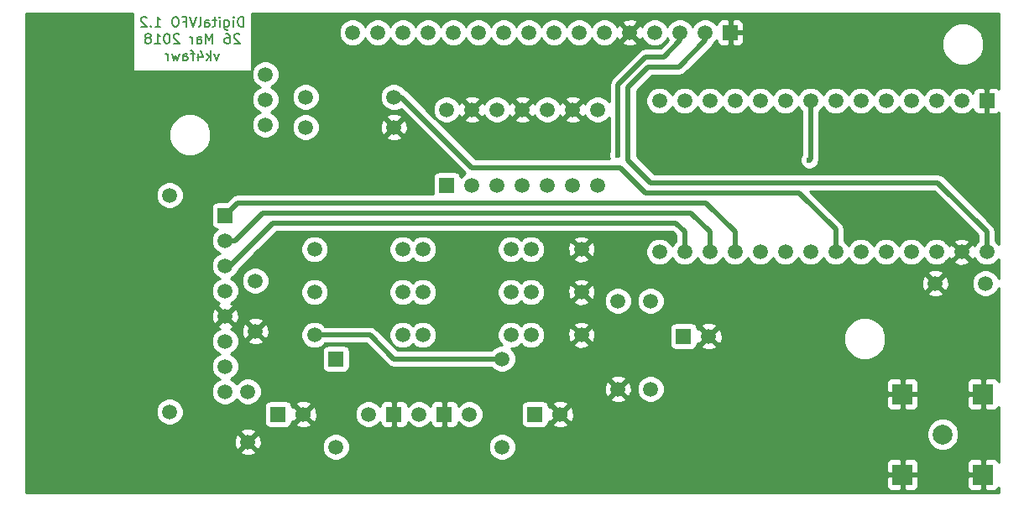
<source format=gbl>
G04 #@! TF.FileFunction,Copper,L2,Bot,Signal*
%FSLAX46Y46*%
G04 Gerber Fmt 4.6, Leading zero omitted, Abs format (unit mm)*
G04 Created by KiCad (PCBNEW 4.0.7) date Thursday, 29 March 2018 'PMt' 03:09:51 PM*
%MOMM*%
%LPD*%
G01*
G04 APERTURE LIST*
%ADD10C,0.100000*%
%ADD11C,0.200000*%
%ADD12C,1.500000*%
%ADD13R,1.500000X1.500000*%
%ADD14R,2.000000X2.000000*%
%ADD15C,2.000000*%
%ADD16C,1.524000*%
%ADD17R,1.524000X1.500000*%
%ADD18C,0.600000*%
%ADD19C,0.500000*%
%ADD20C,0.254000*%
G04 APERTURE END LIST*
D10*
D11*
X144080857Y-73428381D02*
X144080857Y-72428381D01*
X143842762Y-72428381D01*
X143699904Y-72476000D01*
X143604666Y-72571238D01*
X143557047Y-72666476D01*
X143509428Y-72856952D01*
X143509428Y-72999810D01*
X143557047Y-73190286D01*
X143604666Y-73285524D01*
X143699904Y-73380762D01*
X143842762Y-73428381D01*
X144080857Y-73428381D01*
X143080857Y-73428381D02*
X143080857Y-72761714D01*
X143080857Y-72428381D02*
X143128476Y-72476000D01*
X143080857Y-72523619D01*
X143033238Y-72476000D01*
X143080857Y-72428381D01*
X143080857Y-72523619D01*
X142176095Y-72761714D02*
X142176095Y-73571238D01*
X142223714Y-73666476D01*
X142271333Y-73714095D01*
X142366572Y-73761714D01*
X142509429Y-73761714D01*
X142604667Y-73714095D01*
X142176095Y-73380762D02*
X142271333Y-73428381D01*
X142461810Y-73428381D01*
X142557048Y-73380762D01*
X142604667Y-73333143D01*
X142652286Y-73237905D01*
X142652286Y-72952190D01*
X142604667Y-72856952D01*
X142557048Y-72809333D01*
X142461810Y-72761714D01*
X142271333Y-72761714D01*
X142176095Y-72809333D01*
X141699905Y-73428381D02*
X141699905Y-72761714D01*
X141699905Y-72428381D02*
X141747524Y-72476000D01*
X141699905Y-72523619D01*
X141652286Y-72476000D01*
X141699905Y-72428381D01*
X141699905Y-72523619D01*
X141366572Y-72761714D02*
X140985620Y-72761714D01*
X141223715Y-72428381D02*
X141223715Y-73285524D01*
X141176096Y-73380762D01*
X141080858Y-73428381D01*
X140985620Y-73428381D01*
X140223714Y-73428381D02*
X140223714Y-72904571D01*
X140271333Y-72809333D01*
X140366571Y-72761714D01*
X140557048Y-72761714D01*
X140652286Y-72809333D01*
X140223714Y-73380762D02*
X140318952Y-73428381D01*
X140557048Y-73428381D01*
X140652286Y-73380762D01*
X140699905Y-73285524D01*
X140699905Y-73190286D01*
X140652286Y-73095048D01*
X140557048Y-73047429D01*
X140318952Y-73047429D01*
X140223714Y-72999810D01*
X139604667Y-73428381D02*
X139699905Y-73380762D01*
X139747524Y-73285524D01*
X139747524Y-72428381D01*
X139366571Y-72428381D02*
X139033238Y-73428381D01*
X138699904Y-72428381D01*
X138033237Y-72904571D02*
X138366571Y-72904571D01*
X138366571Y-73428381D02*
X138366571Y-72428381D01*
X137890380Y-72428381D01*
X137318952Y-72428381D02*
X137128475Y-72428381D01*
X137033237Y-72476000D01*
X136937999Y-72571238D01*
X136890380Y-72761714D01*
X136890380Y-73095048D01*
X136937999Y-73285524D01*
X137033237Y-73380762D01*
X137128475Y-73428381D01*
X137318952Y-73428381D01*
X137414190Y-73380762D01*
X137509428Y-73285524D01*
X137557047Y-73095048D01*
X137557047Y-72761714D01*
X137509428Y-72571238D01*
X137414190Y-72476000D01*
X137318952Y-72428381D01*
X135176094Y-73428381D02*
X135747523Y-73428381D01*
X135461809Y-73428381D02*
X135461809Y-72428381D01*
X135557047Y-72571238D01*
X135652285Y-72666476D01*
X135747523Y-72714095D01*
X134747523Y-73333143D02*
X134699904Y-73380762D01*
X134747523Y-73428381D01*
X134795142Y-73380762D01*
X134747523Y-73333143D01*
X134747523Y-73428381D01*
X134318952Y-72523619D02*
X134271333Y-72476000D01*
X134176095Y-72428381D01*
X133937999Y-72428381D01*
X133842761Y-72476000D01*
X133795142Y-72523619D01*
X133747523Y-72618857D01*
X133747523Y-72714095D01*
X133795142Y-72856952D01*
X134366571Y-73428381D01*
X133747523Y-73428381D01*
X143699905Y-74223619D02*
X143652286Y-74176000D01*
X143557048Y-74128381D01*
X143318952Y-74128381D01*
X143223714Y-74176000D01*
X143176095Y-74223619D01*
X143128476Y-74318857D01*
X143128476Y-74414095D01*
X143176095Y-74556952D01*
X143747524Y-75128381D01*
X143128476Y-75128381D01*
X142271333Y-74128381D02*
X142461810Y-74128381D01*
X142557048Y-74176000D01*
X142604667Y-74223619D01*
X142699905Y-74366476D01*
X142747524Y-74556952D01*
X142747524Y-74937905D01*
X142699905Y-75033143D01*
X142652286Y-75080762D01*
X142557048Y-75128381D01*
X142366571Y-75128381D01*
X142271333Y-75080762D01*
X142223714Y-75033143D01*
X142176095Y-74937905D01*
X142176095Y-74699810D01*
X142223714Y-74604571D01*
X142271333Y-74556952D01*
X142366571Y-74509333D01*
X142557048Y-74509333D01*
X142652286Y-74556952D01*
X142699905Y-74604571D01*
X142747524Y-74699810D01*
X140985619Y-75128381D02*
X140985619Y-74128381D01*
X140652285Y-74842667D01*
X140318952Y-74128381D01*
X140318952Y-75128381D01*
X139414190Y-75128381D02*
X139414190Y-74604571D01*
X139461809Y-74509333D01*
X139557047Y-74461714D01*
X139747524Y-74461714D01*
X139842762Y-74509333D01*
X139414190Y-75080762D02*
X139509428Y-75128381D01*
X139747524Y-75128381D01*
X139842762Y-75080762D01*
X139890381Y-74985524D01*
X139890381Y-74890286D01*
X139842762Y-74795048D01*
X139747524Y-74747429D01*
X139509428Y-74747429D01*
X139414190Y-74699810D01*
X138938000Y-75128381D02*
X138938000Y-74461714D01*
X138938000Y-74652190D02*
X138890381Y-74556952D01*
X138842762Y-74509333D01*
X138747524Y-74461714D01*
X138652285Y-74461714D01*
X137604666Y-74223619D02*
X137557047Y-74176000D01*
X137461809Y-74128381D01*
X137223713Y-74128381D01*
X137128475Y-74176000D01*
X137080856Y-74223619D01*
X137033237Y-74318857D01*
X137033237Y-74414095D01*
X137080856Y-74556952D01*
X137652285Y-75128381D01*
X137033237Y-75128381D01*
X136414190Y-74128381D02*
X136318951Y-74128381D01*
X136223713Y-74176000D01*
X136176094Y-74223619D01*
X136128475Y-74318857D01*
X136080856Y-74509333D01*
X136080856Y-74747429D01*
X136128475Y-74937905D01*
X136176094Y-75033143D01*
X136223713Y-75080762D01*
X136318951Y-75128381D01*
X136414190Y-75128381D01*
X136509428Y-75080762D01*
X136557047Y-75033143D01*
X136604666Y-74937905D01*
X136652285Y-74747429D01*
X136652285Y-74509333D01*
X136604666Y-74318857D01*
X136557047Y-74223619D01*
X136509428Y-74176000D01*
X136414190Y-74128381D01*
X135128475Y-75128381D02*
X135699904Y-75128381D01*
X135414190Y-75128381D02*
X135414190Y-74128381D01*
X135509428Y-74271238D01*
X135604666Y-74366476D01*
X135699904Y-74414095D01*
X134557047Y-74556952D02*
X134652285Y-74509333D01*
X134699904Y-74461714D01*
X134747523Y-74366476D01*
X134747523Y-74318857D01*
X134699904Y-74223619D01*
X134652285Y-74176000D01*
X134557047Y-74128381D01*
X134366570Y-74128381D01*
X134271332Y-74176000D01*
X134223713Y-74223619D01*
X134176094Y-74318857D01*
X134176094Y-74366476D01*
X134223713Y-74461714D01*
X134271332Y-74509333D01*
X134366570Y-74556952D01*
X134557047Y-74556952D01*
X134652285Y-74604571D01*
X134699904Y-74652190D01*
X134747523Y-74747429D01*
X134747523Y-74937905D01*
X134699904Y-75033143D01*
X134652285Y-75080762D01*
X134557047Y-75128381D01*
X134366570Y-75128381D01*
X134271332Y-75080762D01*
X134223713Y-75033143D01*
X134176094Y-74937905D01*
X134176094Y-74747429D01*
X134223713Y-74652190D01*
X134271332Y-74604571D01*
X134366570Y-74556952D01*
X141628477Y-76161714D02*
X141390382Y-76828381D01*
X141152286Y-76161714D01*
X140771334Y-76828381D02*
X140771334Y-75828381D01*
X140676096Y-76447429D02*
X140390381Y-76828381D01*
X140390381Y-76161714D02*
X140771334Y-76542667D01*
X139533238Y-76161714D02*
X139533238Y-76828381D01*
X139771334Y-75780762D02*
X140009429Y-76495048D01*
X139390381Y-76495048D01*
X139152286Y-76161714D02*
X138771334Y-76161714D01*
X139009429Y-76828381D02*
X139009429Y-75971238D01*
X138961810Y-75876000D01*
X138866572Y-75828381D01*
X138771334Y-75828381D01*
X138009428Y-76828381D02*
X138009428Y-76304571D01*
X138057047Y-76209333D01*
X138152285Y-76161714D01*
X138342762Y-76161714D01*
X138438000Y-76209333D01*
X138009428Y-76780762D02*
X138104666Y-76828381D01*
X138342762Y-76828381D01*
X138438000Y-76780762D01*
X138485619Y-76685524D01*
X138485619Y-76590286D01*
X138438000Y-76495048D01*
X138342762Y-76447429D01*
X138104666Y-76447429D01*
X138009428Y-76399810D01*
X137628476Y-76161714D02*
X137438000Y-76828381D01*
X137247523Y-76352190D01*
X137057047Y-76828381D01*
X136866571Y-76161714D01*
X136485619Y-76828381D02*
X136485619Y-76161714D01*
X136485619Y-76352190D02*
X136438000Y-76256952D01*
X136390381Y-76209333D01*
X136295143Y-76161714D01*
X136199904Y-76161714D01*
D12*
X173101000Y-104521000D03*
X178181000Y-104521000D03*
X173101000Y-100203000D03*
X178181000Y-100203000D03*
X173101000Y-95885000D03*
X178181000Y-95885000D03*
X218948000Y-99314000D03*
X213868000Y-99314000D03*
X145288000Y-99060000D03*
X145288000Y-104140000D03*
X144526000Y-110236000D03*
X144526000Y-115316000D03*
D13*
X153416000Y-106934000D03*
D12*
X153416000Y-115824000D03*
D14*
X210566000Y-118618000D03*
X210566000Y-110490000D03*
X218694000Y-118618000D03*
X218694000Y-110490000D03*
D15*
X214630000Y-114554000D03*
D12*
X146304000Y-83312000D03*
X146304000Y-80772000D03*
X146304000Y-78232000D03*
X151257000Y-104521000D03*
X160147000Y-104521000D03*
X162179000Y-104521000D03*
X171069000Y-104521000D03*
X151257000Y-100203000D03*
X160147000Y-100203000D03*
X162179000Y-100203000D03*
X171069000Y-100203000D03*
X151257000Y-95885000D03*
X160147000Y-95885000D03*
X162179000Y-95885000D03*
X171069000Y-95885000D03*
X150368000Y-80518000D03*
X159258000Y-80518000D03*
X150368000Y-83566000D03*
X159258000Y-83566000D03*
X185166000Y-109982000D03*
X185166000Y-101092000D03*
X181864000Y-101092000D03*
X181864000Y-109982000D03*
X170180000Y-106934000D03*
X170180000Y-115824000D03*
D13*
X164592000Y-89408000D03*
D12*
X167132000Y-89408000D03*
X169672000Y-89408000D03*
X172212000Y-89408000D03*
X174752000Y-89408000D03*
X177292000Y-89408000D03*
X179832000Y-89408000D03*
X179832000Y-81788000D03*
X177292000Y-81788000D03*
X174752000Y-81788000D03*
X172212000Y-81788000D03*
X169672000Y-81788000D03*
X167132000Y-81788000D03*
X164592000Y-81788000D03*
D13*
X193205100Y-74015600D03*
D12*
X190665100Y-74015600D03*
X188125100Y-74015600D03*
X185585100Y-74015600D03*
X183045100Y-74015600D03*
X180505100Y-74015600D03*
X177965100Y-74015600D03*
X175425100Y-74015600D03*
X172885100Y-74015600D03*
X170345100Y-74015600D03*
X167805100Y-74015600D03*
X165265100Y-74015600D03*
X162725100Y-74015600D03*
X160185100Y-74015600D03*
X157645100Y-74015600D03*
X155105100Y-74015600D03*
X142240000Y-110236000D03*
X142240000Y-107696000D03*
X142240000Y-105156000D03*
X142240000Y-102616000D03*
X142240000Y-100076000D03*
X142240000Y-97536000D03*
X142240000Y-94996000D03*
D13*
X142240000Y-92456000D03*
X188468000Y-104648000D03*
D12*
X191008000Y-104648000D03*
D13*
X219075000Y-80899000D03*
D12*
X216535000Y-80899000D03*
X213995000Y-80899000D03*
X211455000Y-80899000D03*
X208915000Y-80899000D03*
X206375000Y-80899000D03*
X203835000Y-80899000D03*
X201295000Y-80899000D03*
X198755000Y-80899000D03*
X196215000Y-80899000D03*
X193675000Y-80899000D03*
X191135000Y-80899000D03*
X188595000Y-80899000D03*
X186055000Y-80899000D03*
X186055000Y-96139000D03*
X188595000Y-96139000D03*
X191135000Y-96139000D03*
X193675000Y-96139000D03*
X196215000Y-96139000D03*
X198755000Y-96139000D03*
X201295000Y-96139000D03*
X203835000Y-96139000D03*
X206375000Y-96139000D03*
X208915000Y-96139000D03*
X211455000Y-96139000D03*
X213995000Y-96139000D03*
X216535000Y-96139000D03*
X219075000Y-96139000D03*
X136652000Y-112268000D03*
X136652000Y-90424000D03*
D13*
X147574000Y-112522000D03*
D16*
X150114000Y-112522000D03*
D13*
X173482000Y-112522000D03*
D16*
X176022000Y-112522000D03*
D12*
X156718000Y-112522000D03*
D17*
X159258000Y-112522000D03*
D12*
X166878000Y-112522000D03*
D17*
X164338000Y-112522000D03*
D12*
X161798000Y-112522000D03*
D18*
X181864000Y-86360000D03*
X201168000Y-86868000D03*
D19*
X188125100Y-74015600D02*
X188125100Y-74841100D01*
X181864000Y-79248000D02*
X181864000Y-86360000D01*
X184658000Y-76454000D02*
X181864000Y-79248000D01*
X186512200Y-76454000D02*
X184658000Y-76454000D01*
X188125100Y-74841100D02*
X186512200Y-76454000D01*
X185166000Y-89154000D02*
X182880000Y-86868000D01*
X185166000Y-89154000D02*
X214122000Y-89154000D01*
X214122000Y-89154000D02*
X219075000Y-94107000D01*
X219075000Y-96139000D02*
X219075000Y-94107000D01*
X190665100Y-74841100D02*
X188036200Y-77470000D01*
X188036200Y-77470000D02*
X184912000Y-77470000D01*
X184912000Y-77470000D02*
X182880000Y-79502000D01*
X182880000Y-79502000D02*
X182880000Y-86868000D01*
X190665100Y-74841100D02*
X190665100Y-74015600D01*
X190665100Y-74015600D02*
X190652400Y-74015600D01*
X156718000Y-104521000D02*
X156845000Y-104521000D01*
X156845000Y-104521000D02*
X159258000Y-106934000D01*
X159258000Y-106934000D02*
X170180000Y-106934000D01*
X151257000Y-104521000D02*
X156718000Y-104521000D01*
X159258000Y-80518000D02*
X160020000Y-80518000D01*
X203835000Y-93853000D02*
X203835000Y-96139000D01*
X200152000Y-90170000D02*
X203835000Y-93853000D01*
X184658000Y-90170000D02*
X200152000Y-90170000D01*
X182118000Y-87630000D02*
X184658000Y-90170000D01*
X167132000Y-87630000D02*
X182118000Y-87630000D01*
X160020000Y-80518000D02*
X167132000Y-87630000D01*
X201295000Y-80899000D02*
X201295000Y-86741000D01*
X201295000Y-86741000D02*
X201168000Y-86868000D01*
X142240000Y-97536000D02*
X142748000Y-97536000D01*
X142748000Y-97536000D02*
X147066000Y-93218000D01*
X147066000Y-93218000D02*
X187706000Y-93218000D01*
X187706000Y-93218000D02*
X188595000Y-94107000D01*
X188595000Y-94107000D02*
X188595000Y-96139000D01*
X142240000Y-94996000D02*
X143256000Y-94996000D01*
X191135000Y-94107000D02*
X191135000Y-96139000D01*
X189230000Y-92202000D02*
X191135000Y-94107000D01*
X146050000Y-92202000D02*
X189230000Y-92202000D01*
X143256000Y-94996000D02*
X146050000Y-92202000D01*
X193675000Y-96139000D02*
X193675000Y-94107000D01*
X143510000Y-91186000D02*
X142240000Y-92456000D01*
X190754000Y-91186000D02*
X143510000Y-91186000D01*
X193675000Y-94107000D02*
X190754000Y-91186000D01*
D20*
G36*
X132922048Y-77911000D02*
X144937635Y-77911000D01*
X144919241Y-77955298D01*
X144918760Y-78506285D01*
X145129169Y-79015515D01*
X145518436Y-79405461D01*
X145750870Y-79501976D01*
X145520485Y-79597169D01*
X145130539Y-79986436D01*
X144919241Y-80495298D01*
X144918760Y-81046285D01*
X145129169Y-81555515D01*
X145518436Y-81945461D01*
X145750870Y-82041976D01*
X145520485Y-82137169D01*
X145130539Y-82526436D01*
X144919241Y-83035298D01*
X144918760Y-83586285D01*
X145129169Y-84095515D01*
X145518436Y-84485461D01*
X146027298Y-84696759D01*
X146578285Y-84697240D01*
X147087515Y-84486831D01*
X147477461Y-84097564D01*
X147584292Y-83840285D01*
X148982760Y-83840285D01*
X149193169Y-84349515D01*
X149582436Y-84739461D01*
X150091298Y-84950759D01*
X150642285Y-84951240D01*
X151151515Y-84740831D01*
X151355183Y-84537517D01*
X158466088Y-84537517D01*
X158534077Y-84778460D01*
X159053171Y-84963201D01*
X159603448Y-84935230D01*
X159981923Y-84778460D01*
X160049912Y-84537517D01*
X159258000Y-83745605D01*
X158466088Y-84537517D01*
X151355183Y-84537517D01*
X151541461Y-84351564D01*
X151752759Y-83842702D01*
X151753179Y-83361171D01*
X157860799Y-83361171D01*
X157888770Y-83911448D01*
X158045540Y-84289923D01*
X158286483Y-84357912D01*
X159078395Y-83566000D01*
X159437605Y-83566000D01*
X160229517Y-84357912D01*
X160470460Y-84289923D01*
X160655201Y-83770829D01*
X160627230Y-83220552D01*
X160470460Y-82842077D01*
X160229517Y-82774088D01*
X159437605Y-83566000D01*
X159078395Y-83566000D01*
X158286483Y-82774088D01*
X158045540Y-82842077D01*
X157860799Y-83361171D01*
X151753179Y-83361171D01*
X151753240Y-83291715D01*
X151542831Y-82782485D01*
X151355157Y-82594483D01*
X158466088Y-82594483D01*
X159258000Y-83386395D01*
X160049912Y-82594483D01*
X159981923Y-82353540D01*
X159462829Y-82168799D01*
X158912552Y-82196770D01*
X158534077Y-82353540D01*
X158466088Y-82594483D01*
X151355157Y-82594483D01*
X151153564Y-82392539D01*
X150644702Y-82181241D01*
X150093715Y-82180760D01*
X149584485Y-82391169D01*
X149194539Y-82780436D01*
X148983241Y-83289298D01*
X148982760Y-83840285D01*
X147584292Y-83840285D01*
X147688759Y-83588702D01*
X147689240Y-83037715D01*
X147478831Y-82528485D01*
X147089564Y-82138539D01*
X146857130Y-82042024D01*
X147087515Y-81946831D01*
X147477461Y-81557564D01*
X147688759Y-81048702D01*
X147688982Y-80792285D01*
X148982760Y-80792285D01*
X149193169Y-81301515D01*
X149582436Y-81691461D01*
X150091298Y-81902759D01*
X150642285Y-81903240D01*
X151151515Y-81692831D01*
X151541461Y-81303564D01*
X151752759Y-80794702D01*
X151753240Y-80243715D01*
X151542831Y-79734485D01*
X151153564Y-79344539D01*
X150644702Y-79133241D01*
X150093715Y-79132760D01*
X149584485Y-79343169D01*
X149194539Y-79732436D01*
X148983241Y-80241298D01*
X148982760Y-80792285D01*
X147688982Y-80792285D01*
X147689240Y-80497715D01*
X147478831Y-79988485D01*
X147089564Y-79598539D01*
X146857130Y-79502024D01*
X147087515Y-79406831D01*
X147477461Y-79017564D01*
X147688759Y-78508702D01*
X147689240Y-77957715D01*
X147478831Y-77448485D01*
X147089564Y-77058539D01*
X146580702Y-76847241D01*
X146029715Y-76846760D01*
X145520485Y-77057169D01*
X145130539Y-77446436D01*
X144953953Y-77871702D01*
X144953953Y-74289885D01*
X153719860Y-74289885D01*
X153930269Y-74799115D01*
X154319536Y-75189061D01*
X154828398Y-75400359D01*
X155379385Y-75400840D01*
X155888615Y-75190431D01*
X156278561Y-74801164D01*
X156375076Y-74568730D01*
X156470269Y-74799115D01*
X156859536Y-75189061D01*
X157368398Y-75400359D01*
X157919385Y-75400840D01*
X158428615Y-75190431D01*
X158818561Y-74801164D01*
X158915076Y-74568730D01*
X159010269Y-74799115D01*
X159399536Y-75189061D01*
X159908398Y-75400359D01*
X160459385Y-75400840D01*
X160968615Y-75190431D01*
X161358561Y-74801164D01*
X161455076Y-74568730D01*
X161550269Y-74799115D01*
X161939536Y-75189061D01*
X162448398Y-75400359D01*
X162999385Y-75400840D01*
X163508615Y-75190431D01*
X163898561Y-74801164D01*
X163995076Y-74568730D01*
X164090269Y-74799115D01*
X164479536Y-75189061D01*
X164988398Y-75400359D01*
X165539385Y-75400840D01*
X166048615Y-75190431D01*
X166438561Y-74801164D01*
X166535076Y-74568730D01*
X166630269Y-74799115D01*
X167019536Y-75189061D01*
X167528398Y-75400359D01*
X168079385Y-75400840D01*
X168588615Y-75190431D01*
X168978561Y-74801164D01*
X169075076Y-74568730D01*
X169170269Y-74799115D01*
X169559536Y-75189061D01*
X170068398Y-75400359D01*
X170619385Y-75400840D01*
X171128615Y-75190431D01*
X171518561Y-74801164D01*
X171615076Y-74568730D01*
X171710269Y-74799115D01*
X172099536Y-75189061D01*
X172608398Y-75400359D01*
X173159385Y-75400840D01*
X173668615Y-75190431D01*
X174058561Y-74801164D01*
X174155076Y-74568730D01*
X174250269Y-74799115D01*
X174639536Y-75189061D01*
X175148398Y-75400359D01*
X175699385Y-75400840D01*
X176208615Y-75190431D01*
X176598561Y-74801164D01*
X176695076Y-74568730D01*
X176790269Y-74799115D01*
X177179536Y-75189061D01*
X177688398Y-75400359D01*
X178239385Y-75400840D01*
X178748615Y-75190431D01*
X179138561Y-74801164D01*
X179235076Y-74568730D01*
X179330269Y-74799115D01*
X179719536Y-75189061D01*
X180228398Y-75400359D01*
X180779385Y-75400840D01*
X181288615Y-75190431D01*
X181492283Y-74987117D01*
X182253188Y-74987117D01*
X182321177Y-75228060D01*
X182840271Y-75412801D01*
X183390548Y-75384830D01*
X183769023Y-75228060D01*
X183837012Y-74987117D01*
X183045100Y-74195205D01*
X182253188Y-74987117D01*
X181492283Y-74987117D01*
X181678561Y-74801164D01*
X181768477Y-74584621D01*
X181832640Y-74739523D01*
X182073583Y-74807512D01*
X182865495Y-74015600D01*
X182073583Y-73223688D01*
X181832640Y-73291677D01*
X181773368Y-73458221D01*
X181679931Y-73232085D01*
X181492257Y-73044083D01*
X182253188Y-73044083D01*
X183045100Y-73835995D01*
X183837012Y-73044083D01*
X183769023Y-72803140D01*
X183249929Y-72618399D01*
X182699652Y-72646370D01*
X182321177Y-72803140D01*
X182253188Y-73044083D01*
X181492257Y-73044083D01*
X181290664Y-72842139D01*
X180781802Y-72630841D01*
X180230815Y-72630360D01*
X179721585Y-72840769D01*
X179331639Y-73230036D01*
X179235124Y-73462470D01*
X179139931Y-73232085D01*
X178750664Y-72842139D01*
X178241802Y-72630841D01*
X177690815Y-72630360D01*
X177181585Y-72840769D01*
X176791639Y-73230036D01*
X176695124Y-73462470D01*
X176599931Y-73232085D01*
X176210664Y-72842139D01*
X175701802Y-72630841D01*
X175150815Y-72630360D01*
X174641585Y-72840769D01*
X174251639Y-73230036D01*
X174155124Y-73462470D01*
X174059931Y-73232085D01*
X173670664Y-72842139D01*
X173161802Y-72630841D01*
X172610815Y-72630360D01*
X172101585Y-72840769D01*
X171711639Y-73230036D01*
X171615124Y-73462470D01*
X171519931Y-73232085D01*
X171130664Y-72842139D01*
X170621802Y-72630841D01*
X170070815Y-72630360D01*
X169561585Y-72840769D01*
X169171639Y-73230036D01*
X169075124Y-73462470D01*
X168979931Y-73232085D01*
X168590664Y-72842139D01*
X168081802Y-72630841D01*
X167530815Y-72630360D01*
X167021585Y-72840769D01*
X166631639Y-73230036D01*
X166535124Y-73462470D01*
X166439931Y-73232085D01*
X166050664Y-72842139D01*
X165541802Y-72630841D01*
X164990815Y-72630360D01*
X164481585Y-72840769D01*
X164091639Y-73230036D01*
X163995124Y-73462470D01*
X163899931Y-73232085D01*
X163510664Y-72842139D01*
X163001802Y-72630841D01*
X162450815Y-72630360D01*
X161941585Y-72840769D01*
X161551639Y-73230036D01*
X161455124Y-73462470D01*
X161359931Y-73232085D01*
X160970664Y-72842139D01*
X160461802Y-72630841D01*
X159910815Y-72630360D01*
X159401585Y-72840769D01*
X159011639Y-73230036D01*
X158915124Y-73462470D01*
X158819931Y-73232085D01*
X158430664Y-72842139D01*
X157921802Y-72630841D01*
X157370815Y-72630360D01*
X156861585Y-72840769D01*
X156471639Y-73230036D01*
X156375124Y-73462470D01*
X156279931Y-73232085D01*
X155890664Y-72842139D01*
X155381802Y-72630841D01*
X154830815Y-72630360D01*
X154321585Y-72840769D01*
X153931639Y-73230036D01*
X153720341Y-73738898D01*
X153719860Y-74289885D01*
X144953953Y-74289885D01*
X144953953Y-72084000D01*
X220270000Y-72084000D01*
X220270000Y-79695974D01*
X220184699Y-79610673D01*
X219951310Y-79514000D01*
X219360750Y-79514000D01*
X219202000Y-79672750D01*
X219202000Y-80772000D01*
X219222000Y-80772000D01*
X219222000Y-81026000D01*
X219202000Y-81026000D01*
X219202000Y-82125250D01*
X219360750Y-82284000D01*
X219951310Y-82284000D01*
X220184699Y-82187327D01*
X220270000Y-82102026D01*
X220270000Y-95404298D01*
X220249831Y-95355485D01*
X219960000Y-95065148D01*
X219960000Y-94107005D01*
X219960001Y-94107000D01*
X219892633Y-93768326D01*
X219892633Y-93768325D01*
X219700790Y-93481210D01*
X219700787Y-93481208D01*
X214747790Y-88528210D01*
X214610510Y-88436483D01*
X214460675Y-88336367D01*
X214404484Y-88325190D01*
X214122000Y-88268999D01*
X214121995Y-88269000D01*
X185532579Y-88269000D01*
X183765000Y-86501420D01*
X183765000Y-81173285D01*
X184669760Y-81173285D01*
X184880169Y-81682515D01*
X185269436Y-82072461D01*
X185778298Y-82283759D01*
X186329285Y-82284240D01*
X186838515Y-82073831D01*
X187228461Y-81684564D01*
X187324976Y-81452130D01*
X187420169Y-81682515D01*
X187809436Y-82072461D01*
X188318298Y-82283759D01*
X188869285Y-82284240D01*
X189378515Y-82073831D01*
X189768461Y-81684564D01*
X189864976Y-81452130D01*
X189960169Y-81682515D01*
X190349436Y-82072461D01*
X190858298Y-82283759D01*
X191409285Y-82284240D01*
X191918515Y-82073831D01*
X192308461Y-81684564D01*
X192404976Y-81452130D01*
X192500169Y-81682515D01*
X192889436Y-82072461D01*
X193398298Y-82283759D01*
X193949285Y-82284240D01*
X194458515Y-82073831D01*
X194848461Y-81684564D01*
X194944976Y-81452130D01*
X195040169Y-81682515D01*
X195429436Y-82072461D01*
X195938298Y-82283759D01*
X196489285Y-82284240D01*
X196998515Y-82073831D01*
X197388461Y-81684564D01*
X197484976Y-81452130D01*
X197580169Y-81682515D01*
X197969436Y-82072461D01*
X198478298Y-82283759D01*
X199029285Y-82284240D01*
X199538515Y-82073831D01*
X199928461Y-81684564D01*
X200024976Y-81452130D01*
X200120169Y-81682515D01*
X200410000Y-81972852D01*
X200410000Y-86303541D01*
X200375808Y-86337673D01*
X200233162Y-86681201D01*
X200232838Y-87053167D01*
X200374883Y-87396943D01*
X200637673Y-87660192D01*
X200981201Y-87802838D01*
X201353167Y-87803162D01*
X201696943Y-87661117D01*
X201960192Y-87398327D01*
X202059471Y-87159238D01*
X202112633Y-87079675D01*
X202150297Y-86890327D01*
X202180001Y-86741000D01*
X202180000Y-86740995D01*
X202180000Y-81972523D01*
X202468461Y-81684564D01*
X202564976Y-81452130D01*
X202660169Y-81682515D01*
X203049436Y-82072461D01*
X203558298Y-82283759D01*
X204109285Y-82284240D01*
X204618515Y-82073831D01*
X205008461Y-81684564D01*
X205104976Y-81452130D01*
X205200169Y-81682515D01*
X205589436Y-82072461D01*
X206098298Y-82283759D01*
X206649285Y-82284240D01*
X207158515Y-82073831D01*
X207548461Y-81684564D01*
X207644976Y-81452130D01*
X207740169Y-81682515D01*
X208129436Y-82072461D01*
X208638298Y-82283759D01*
X209189285Y-82284240D01*
X209698515Y-82073831D01*
X210088461Y-81684564D01*
X210184976Y-81452130D01*
X210280169Y-81682515D01*
X210669436Y-82072461D01*
X211178298Y-82283759D01*
X211729285Y-82284240D01*
X212238515Y-82073831D01*
X212628461Y-81684564D01*
X212724976Y-81452130D01*
X212820169Y-81682515D01*
X213209436Y-82072461D01*
X213718298Y-82283759D01*
X214269285Y-82284240D01*
X214778515Y-82073831D01*
X215168461Y-81684564D01*
X215264976Y-81452130D01*
X215360169Y-81682515D01*
X215749436Y-82072461D01*
X216258298Y-82283759D01*
X216809285Y-82284240D01*
X217318515Y-82073831D01*
X217690000Y-81702993D01*
X217690000Y-81775309D01*
X217786673Y-82008698D01*
X217965301Y-82187327D01*
X218198690Y-82284000D01*
X218789250Y-82284000D01*
X218948000Y-82125250D01*
X218948000Y-81026000D01*
X218928000Y-81026000D01*
X218928000Y-80772000D01*
X218948000Y-80772000D01*
X218948000Y-79672750D01*
X218789250Y-79514000D01*
X218198690Y-79514000D01*
X217965301Y-79610673D01*
X217786673Y-79789302D01*
X217690000Y-80022691D01*
X217690000Y-80095619D01*
X217320564Y-79725539D01*
X216811702Y-79514241D01*
X216260715Y-79513760D01*
X215751485Y-79724169D01*
X215361539Y-80113436D01*
X215265024Y-80345870D01*
X215169831Y-80115485D01*
X214780564Y-79725539D01*
X214271702Y-79514241D01*
X213720715Y-79513760D01*
X213211485Y-79724169D01*
X212821539Y-80113436D01*
X212725024Y-80345870D01*
X212629831Y-80115485D01*
X212240564Y-79725539D01*
X211731702Y-79514241D01*
X211180715Y-79513760D01*
X210671485Y-79724169D01*
X210281539Y-80113436D01*
X210185024Y-80345870D01*
X210089831Y-80115485D01*
X209700564Y-79725539D01*
X209191702Y-79514241D01*
X208640715Y-79513760D01*
X208131485Y-79724169D01*
X207741539Y-80113436D01*
X207645024Y-80345870D01*
X207549831Y-80115485D01*
X207160564Y-79725539D01*
X206651702Y-79514241D01*
X206100715Y-79513760D01*
X205591485Y-79724169D01*
X205201539Y-80113436D01*
X205105024Y-80345870D01*
X205009831Y-80115485D01*
X204620564Y-79725539D01*
X204111702Y-79514241D01*
X203560715Y-79513760D01*
X203051485Y-79724169D01*
X202661539Y-80113436D01*
X202565024Y-80345870D01*
X202469831Y-80115485D01*
X202080564Y-79725539D01*
X201571702Y-79514241D01*
X201020715Y-79513760D01*
X200511485Y-79724169D01*
X200121539Y-80113436D01*
X200025024Y-80345870D01*
X199929831Y-80115485D01*
X199540564Y-79725539D01*
X199031702Y-79514241D01*
X198480715Y-79513760D01*
X197971485Y-79724169D01*
X197581539Y-80113436D01*
X197485024Y-80345870D01*
X197389831Y-80115485D01*
X197000564Y-79725539D01*
X196491702Y-79514241D01*
X195940715Y-79513760D01*
X195431485Y-79724169D01*
X195041539Y-80113436D01*
X194945024Y-80345870D01*
X194849831Y-80115485D01*
X194460564Y-79725539D01*
X193951702Y-79514241D01*
X193400715Y-79513760D01*
X192891485Y-79724169D01*
X192501539Y-80113436D01*
X192405024Y-80345870D01*
X192309831Y-80115485D01*
X191920564Y-79725539D01*
X191411702Y-79514241D01*
X190860715Y-79513760D01*
X190351485Y-79724169D01*
X189961539Y-80113436D01*
X189865024Y-80345870D01*
X189769831Y-80115485D01*
X189380564Y-79725539D01*
X188871702Y-79514241D01*
X188320715Y-79513760D01*
X187811485Y-79724169D01*
X187421539Y-80113436D01*
X187325024Y-80345870D01*
X187229831Y-80115485D01*
X186840564Y-79725539D01*
X186331702Y-79514241D01*
X185780715Y-79513760D01*
X185271485Y-79724169D01*
X184881539Y-80113436D01*
X184670241Y-80622298D01*
X184669760Y-81173285D01*
X183765000Y-81173285D01*
X183765000Y-79868580D01*
X185278579Y-78355000D01*
X188036195Y-78355000D01*
X188036200Y-78355001D01*
X188318684Y-78298810D01*
X188374875Y-78287633D01*
X188661990Y-78095790D01*
X188661991Y-78095789D01*
X191150964Y-75606815D01*
X214526630Y-75606815D01*
X214850980Y-76391800D01*
X215451041Y-76992909D01*
X216235459Y-77318628D01*
X217084815Y-77319370D01*
X217869800Y-76995020D01*
X218470909Y-76394959D01*
X218796628Y-75610541D01*
X218797370Y-74761185D01*
X218473020Y-73976200D01*
X217872959Y-73375091D01*
X217088541Y-73049372D01*
X216239185Y-73048630D01*
X215454200Y-73372980D01*
X214853091Y-73973041D01*
X214527372Y-74757459D01*
X214526630Y-75606815D01*
X191150964Y-75606815D01*
X191290887Y-75466892D01*
X191290890Y-75466890D01*
X191482733Y-75179775D01*
X191488541Y-75150574D01*
X191820100Y-74819593D01*
X191820100Y-74891910D01*
X191916773Y-75125299D01*
X192095402Y-75303927D01*
X192328791Y-75400600D01*
X192919350Y-75400600D01*
X193078100Y-75241850D01*
X193078100Y-74142600D01*
X193332100Y-74142600D01*
X193332100Y-75241850D01*
X193490850Y-75400600D01*
X194081409Y-75400600D01*
X194314798Y-75303927D01*
X194493427Y-75125299D01*
X194590100Y-74891910D01*
X194590100Y-74301350D01*
X194431350Y-74142600D01*
X193332100Y-74142600D01*
X193078100Y-74142600D01*
X193058100Y-74142600D01*
X193058100Y-73888600D01*
X193078100Y-73888600D01*
X193078100Y-72789350D01*
X193332100Y-72789350D01*
X193332100Y-73888600D01*
X194431350Y-73888600D01*
X194590100Y-73729850D01*
X194590100Y-73139290D01*
X194493427Y-72905901D01*
X194314798Y-72727273D01*
X194081409Y-72630600D01*
X193490850Y-72630600D01*
X193332100Y-72789350D01*
X193078100Y-72789350D01*
X192919350Y-72630600D01*
X192328791Y-72630600D01*
X192095402Y-72727273D01*
X191916773Y-72905901D01*
X191820100Y-73139290D01*
X191820100Y-73212219D01*
X191450664Y-72842139D01*
X190941802Y-72630841D01*
X190390815Y-72630360D01*
X189881585Y-72840769D01*
X189491639Y-73230036D01*
X189395124Y-73462470D01*
X189299931Y-73232085D01*
X188910664Y-72842139D01*
X188401802Y-72630841D01*
X187850815Y-72630360D01*
X187341585Y-72840769D01*
X186951639Y-73230036D01*
X186855124Y-73462470D01*
X186759931Y-73232085D01*
X186370664Y-72842139D01*
X185861802Y-72630841D01*
X185310815Y-72630360D01*
X184801585Y-72840769D01*
X184411639Y-73230036D01*
X184321723Y-73446579D01*
X184257560Y-73291677D01*
X184016617Y-73223688D01*
X183224705Y-74015600D01*
X184016617Y-74807512D01*
X184257560Y-74739523D01*
X184316832Y-74572979D01*
X184410269Y-74799115D01*
X184799536Y-75189061D01*
X185308398Y-75400359D01*
X185859385Y-75400840D01*
X186368615Y-75190431D01*
X186758561Y-74801164D01*
X186855076Y-74568730D01*
X186940105Y-74774516D01*
X186145620Y-75569000D01*
X184658005Y-75569000D01*
X184658000Y-75568999D01*
X184375516Y-75625190D01*
X184319325Y-75636367D01*
X184032210Y-75828210D01*
X184032208Y-75828213D01*
X181238210Y-78622210D01*
X181046367Y-78909325D01*
X181046367Y-78909326D01*
X180978999Y-79248000D01*
X180979000Y-79248005D01*
X180979000Y-80976605D01*
X180617564Y-80614539D01*
X180108702Y-80403241D01*
X179557715Y-80402760D01*
X179048485Y-80613169D01*
X178658539Y-81002436D01*
X178568623Y-81218979D01*
X178504460Y-81064077D01*
X178263517Y-80996088D01*
X177471605Y-81788000D01*
X178263517Y-82579912D01*
X178504460Y-82511923D01*
X178563732Y-82345379D01*
X178657169Y-82571515D01*
X179046436Y-82961461D01*
X179555298Y-83172759D01*
X180106285Y-83173240D01*
X180615515Y-82962831D01*
X180979000Y-82599979D01*
X180979000Y-86053178D01*
X180929162Y-86173201D01*
X180928838Y-86545167D01*
X181011407Y-86745000D01*
X167498579Y-86745000D01*
X162815865Y-82062285D01*
X163206760Y-82062285D01*
X163417169Y-82571515D01*
X163806436Y-82961461D01*
X164315298Y-83172759D01*
X164866285Y-83173240D01*
X165375515Y-82962831D01*
X165579183Y-82759517D01*
X166340088Y-82759517D01*
X166408077Y-83000460D01*
X166927171Y-83185201D01*
X167477448Y-83157230D01*
X167855923Y-83000460D01*
X167923912Y-82759517D01*
X167132000Y-81967605D01*
X166340088Y-82759517D01*
X165579183Y-82759517D01*
X165765461Y-82573564D01*
X165855377Y-82357021D01*
X165919540Y-82511923D01*
X166160483Y-82579912D01*
X166952395Y-81788000D01*
X167311605Y-81788000D01*
X168103517Y-82579912D01*
X168344460Y-82511923D01*
X168403732Y-82345379D01*
X168497169Y-82571515D01*
X168886436Y-82961461D01*
X169395298Y-83172759D01*
X169946285Y-83173240D01*
X170455515Y-82962831D01*
X170659183Y-82759517D01*
X171420088Y-82759517D01*
X171488077Y-83000460D01*
X172007171Y-83185201D01*
X172557448Y-83157230D01*
X172935923Y-83000460D01*
X173003912Y-82759517D01*
X172212000Y-81967605D01*
X171420088Y-82759517D01*
X170659183Y-82759517D01*
X170845461Y-82573564D01*
X170935377Y-82357021D01*
X170999540Y-82511923D01*
X171240483Y-82579912D01*
X172032395Y-81788000D01*
X172391605Y-81788000D01*
X173183517Y-82579912D01*
X173424460Y-82511923D01*
X173483732Y-82345379D01*
X173577169Y-82571515D01*
X173966436Y-82961461D01*
X174475298Y-83172759D01*
X175026285Y-83173240D01*
X175535515Y-82962831D01*
X175739183Y-82759517D01*
X176500088Y-82759517D01*
X176568077Y-83000460D01*
X177087171Y-83185201D01*
X177637448Y-83157230D01*
X178015923Y-83000460D01*
X178083912Y-82759517D01*
X177292000Y-81967605D01*
X176500088Y-82759517D01*
X175739183Y-82759517D01*
X175925461Y-82573564D01*
X176015377Y-82357021D01*
X176079540Y-82511923D01*
X176320483Y-82579912D01*
X177112395Y-81788000D01*
X176320483Y-80996088D01*
X176079540Y-81064077D01*
X176020268Y-81230621D01*
X175926831Y-81004485D01*
X175739157Y-80816483D01*
X176500088Y-80816483D01*
X177292000Y-81608395D01*
X178083912Y-80816483D01*
X178015923Y-80575540D01*
X177496829Y-80390799D01*
X176946552Y-80418770D01*
X176568077Y-80575540D01*
X176500088Y-80816483D01*
X175739157Y-80816483D01*
X175537564Y-80614539D01*
X175028702Y-80403241D01*
X174477715Y-80402760D01*
X173968485Y-80613169D01*
X173578539Y-81002436D01*
X173488623Y-81218979D01*
X173424460Y-81064077D01*
X173183517Y-80996088D01*
X172391605Y-81788000D01*
X172032395Y-81788000D01*
X171240483Y-80996088D01*
X170999540Y-81064077D01*
X170940268Y-81230621D01*
X170846831Y-81004485D01*
X170659157Y-80816483D01*
X171420088Y-80816483D01*
X172212000Y-81608395D01*
X173003912Y-80816483D01*
X172935923Y-80575540D01*
X172416829Y-80390799D01*
X171866552Y-80418770D01*
X171488077Y-80575540D01*
X171420088Y-80816483D01*
X170659157Y-80816483D01*
X170457564Y-80614539D01*
X169948702Y-80403241D01*
X169397715Y-80402760D01*
X168888485Y-80613169D01*
X168498539Y-81002436D01*
X168408623Y-81218979D01*
X168344460Y-81064077D01*
X168103517Y-80996088D01*
X167311605Y-81788000D01*
X166952395Y-81788000D01*
X166160483Y-80996088D01*
X165919540Y-81064077D01*
X165860268Y-81230621D01*
X165766831Y-81004485D01*
X165579157Y-80816483D01*
X166340088Y-80816483D01*
X167132000Y-81608395D01*
X167923912Y-80816483D01*
X167855923Y-80575540D01*
X167336829Y-80390799D01*
X166786552Y-80418770D01*
X166408077Y-80575540D01*
X166340088Y-80816483D01*
X165579157Y-80816483D01*
X165377564Y-80614539D01*
X164868702Y-80403241D01*
X164317715Y-80402760D01*
X163808485Y-80613169D01*
X163418539Y-81002436D01*
X163207241Y-81511298D01*
X163206760Y-82062285D01*
X162815865Y-82062285D01*
X160645790Y-79892210D01*
X160441639Y-79755802D01*
X160432831Y-79734485D01*
X160043564Y-79344539D01*
X159534702Y-79133241D01*
X158983715Y-79132760D01*
X158474485Y-79343169D01*
X158084539Y-79732436D01*
X157873241Y-80241298D01*
X157872760Y-80792285D01*
X158083169Y-81301515D01*
X158472436Y-81691461D01*
X158981298Y-81902759D01*
X159532285Y-81903240D01*
X159971982Y-81721562D01*
X166444088Y-88193667D01*
X166348485Y-88233169D01*
X165978920Y-88602091D01*
X165945162Y-88422683D01*
X165806090Y-88206559D01*
X165593890Y-88061569D01*
X165342000Y-88010560D01*
X163842000Y-88010560D01*
X163606683Y-88054838D01*
X163390559Y-88193910D01*
X163245569Y-88406110D01*
X163194560Y-88658000D01*
X163194560Y-90158000D01*
X163221467Y-90301000D01*
X143510005Y-90301000D01*
X143510000Y-90300999D01*
X143171325Y-90368367D01*
X142884210Y-90560210D01*
X142884208Y-90560213D01*
X142385861Y-91058560D01*
X141490000Y-91058560D01*
X141254683Y-91102838D01*
X141038559Y-91241910D01*
X140893569Y-91454110D01*
X140842560Y-91706000D01*
X140842560Y-93206000D01*
X140886838Y-93441317D01*
X141025910Y-93657441D01*
X141238110Y-93802431D01*
X141435262Y-93842355D01*
X141066539Y-94210436D01*
X140855241Y-94719298D01*
X140854760Y-95270285D01*
X141065169Y-95779515D01*
X141454436Y-96169461D01*
X141686870Y-96265976D01*
X141456485Y-96361169D01*
X141066539Y-96750436D01*
X140855241Y-97259298D01*
X140854760Y-97810285D01*
X141065169Y-98319515D01*
X141454436Y-98709461D01*
X141686870Y-98805976D01*
X141456485Y-98901169D01*
X141066539Y-99290436D01*
X140855241Y-99799298D01*
X140854760Y-100350285D01*
X141065169Y-100859515D01*
X141454436Y-101249461D01*
X141670979Y-101339377D01*
X141516077Y-101403540D01*
X141448088Y-101644483D01*
X142240000Y-102436395D01*
X143031912Y-101644483D01*
X142963923Y-101403540D01*
X142797379Y-101344268D01*
X143023515Y-101250831D01*
X143413461Y-100861564D01*
X143573027Y-100477285D01*
X149871760Y-100477285D01*
X150082169Y-100986515D01*
X150471436Y-101376461D01*
X150980298Y-101587759D01*
X151531285Y-101588240D01*
X152040515Y-101377831D01*
X152430461Y-100988564D01*
X152641759Y-100479702D01*
X152641761Y-100477285D01*
X158761760Y-100477285D01*
X158972169Y-100986515D01*
X159361436Y-101376461D01*
X159870298Y-101587759D01*
X160421285Y-101588240D01*
X160930515Y-101377831D01*
X161163064Y-101145687D01*
X161393436Y-101376461D01*
X161902298Y-101587759D01*
X162453285Y-101588240D01*
X162962515Y-101377831D01*
X163352461Y-100988564D01*
X163563759Y-100479702D01*
X163563761Y-100477285D01*
X169683760Y-100477285D01*
X169894169Y-100986515D01*
X170283436Y-101376461D01*
X170792298Y-101587759D01*
X171343285Y-101588240D01*
X171852515Y-101377831D01*
X172085064Y-101145687D01*
X172315436Y-101376461D01*
X172824298Y-101587759D01*
X173375285Y-101588240D01*
X173884515Y-101377831D01*
X174088183Y-101174517D01*
X177389088Y-101174517D01*
X177457077Y-101415460D01*
X177976171Y-101600201D01*
X178526448Y-101572230D01*
X178904923Y-101415460D01*
X178918799Y-101366285D01*
X180478760Y-101366285D01*
X180689169Y-101875515D01*
X181078436Y-102265461D01*
X181587298Y-102476759D01*
X182138285Y-102477240D01*
X182647515Y-102266831D01*
X183037461Y-101877564D01*
X183248759Y-101368702D01*
X183248761Y-101366285D01*
X183780760Y-101366285D01*
X183991169Y-101875515D01*
X184380436Y-102265461D01*
X184889298Y-102476759D01*
X185440285Y-102477240D01*
X185949515Y-102266831D01*
X186339461Y-101877564D01*
X186550759Y-101368702D01*
X186551240Y-100817715D01*
X186340831Y-100308485D01*
X186317903Y-100285517D01*
X213076088Y-100285517D01*
X213144077Y-100526460D01*
X213663171Y-100711201D01*
X214213448Y-100683230D01*
X214591923Y-100526460D01*
X214659912Y-100285517D01*
X213868000Y-99493605D01*
X213076088Y-100285517D01*
X186317903Y-100285517D01*
X185951564Y-99918539D01*
X185442702Y-99707241D01*
X184891715Y-99706760D01*
X184382485Y-99917169D01*
X183992539Y-100306436D01*
X183781241Y-100815298D01*
X183780760Y-101366285D01*
X183248761Y-101366285D01*
X183249240Y-100817715D01*
X183038831Y-100308485D01*
X182649564Y-99918539D01*
X182140702Y-99707241D01*
X181589715Y-99706760D01*
X181080485Y-99917169D01*
X180690539Y-100306436D01*
X180479241Y-100815298D01*
X180478760Y-101366285D01*
X178918799Y-101366285D01*
X178972912Y-101174517D01*
X178181000Y-100382605D01*
X177389088Y-101174517D01*
X174088183Y-101174517D01*
X174274461Y-100988564D01*
X174485759Y-100479702D01*
X174486179Y-99998171D01*
X176783799Y-99998171D01*
X176811770Y-100548448D01*
X176968540Y-100926923D01*
X177209483Y-100994912D01*
X178001395Y-100203000D01*
X178360605Y-100203000D01*
X179152517Y-100994912D01*
X179393460Y-100926923D01*
X179578201Y-100407829D01*
X179550230Y-99857552D01*
X179393460Y-99479077D01*
X179152517Y-99411088D01*
X178360605Y-100203000D01*
X178001395Y-100203000D01*
X177209483Y-99411088D01*
X176968540Y-99479077D01*
X176783799Y-99998171D01*
X174486179Y-99998171D01*
X174486240Y-99928715D01*
X174275831Y-99419485D01*
X174088157Y-99231483D01*
X177389088Y-99231483D01*
X178181000Y-100023395D01*
X178972912Y-99231483D01*
X178938399Y-99109171D01*
X212470799Y-99109171D01*
X212498770Y-99659448D01*
X212655540Y-100037923D01*
X212896483Y-100105912D01*
X213688395Y-99314000D01*
X214047605Y-99314000D01*
X214839517Y-100105912D01*
X215080460Y-100037923D01*
X215265201Y-99518829D01*
X215237230Y-98968552D01*
X215080460Y-98590077D01*
X214839517Y-98522088D01*
X214047605Y-99314000D01*
X213688395Y-99314000D01*
X212896483Y-98522088D01*
X212655540Y-98590077D01*
X212470799Y-99109171D01*
X178938399Y-99109171D01*
X178904923Y-98990540D01*
X178385829Y-98805799D01*
X177835552Y-98833770D01*
X177457077Y-98990540D01*
X177389088Y-99231483D01*
X174088157Y-99231483D01*
X173886564Y-99029539D01*
X173377702Y-98818241D01*
X172826715Y-98817760D01*
X172317485Y-99028169D01*
X172084936Y-99260313D01*
X171854564Y-99029539D01*
X171345702Y-98818241D01*
X170794715Y-98817760D01*
X170285485Y-99028169D01*
X169895539Y-99417436D01*
X169684241Y-99926298D01*
X169683760Y-100477285D01*
X163563761Y-100477285D01*
X163564240Y-99928715D01*
X163353831Y-99419485D01*
X162964564Y-99029539D01*
X162455702Y-98818241D01*
X161904715Y-98817760D01*
X161395485Y-99028169D01*
X161162936Y-99260313D01*
X160932564Y-99029539D01*
X160423702Y-98818241D01*
X159872715Y-98817760D01*
X159363485Y-99028169D01*
X158973539Y-99417436D01*
X158762241Y-99926298D01*
X158761760Y-100477285D01*
X152641761Y-100477285D01*
X152642240Y-99928715D01*
X152431831Y-99419485D01*
X152042564Y-99029539D01*
X151533702Y-98818241D01*
X150982715Y-98817760D01*
X150473485Y-99028169D01*
X150083539Y-99417436D01*
X149872241Y-99926298D01*
X149871760Y-100477285D01*
X143573027Y-100477285D01*
X143624759Y-100352702D01*
X143625240Y-99801715D01*
X143432103Y-99334285D01*
X143902760Y-99334285D01*
X144113169Y-99843515D01*
X144502436Y-100233461D01*
X145011298Y-100444759D01*
X145562285Y-100445240D01*
X146071515Y-100234831D01*
X146461461Y-99845564D01*
X146672759Y-99336702D01*
X146673240Y-98785715D01*
X146490101Y-98342483D01*
X213076088Y-98342483D01*
X213868000Y-99134395D01*
X214659912Y-98342483D01*
X214591923Y-98101540D01*
X214072829Y-97916799D01*
X213522552Y-97944770D01*
X213144077Y-98101540D01*
X213076088Y-98342483D01*
X146490101Y-98342483D01*
X146462831Y-98276485D01*
X146073564Y-97886539D01*
X145564702Y-97675241D01*
X145013715Y-97674760D01*
X144504485Y-97885169D01*
X144114539Y-98274436D01*
X143903241Y-98783298D01*
X143902760Y-99334285D01*
X143432103Y-99334285D01*
X143414831Y-99292485D01*
X143025564Y-98902539D01*
X142793130Y-98806024D01*
X143023515Y-98710831D01*
X143413461Y-98321564D01*
X143555085Y-97980495D01*
X145376294Y-96159285D01*
X149871760Y-96159285D01*
X150082169Y-96668515D01*
X150471436Y-97058461D01*
X150980298Y-97269759D01*
X151531285Y-97270240D01*
X152040515Y-97059831D01*
X152430461Y-96670564D01*
X152641759Y-96161702D01*
X152641761Y-96159285D01*
X158761760Y-96159285D01*
X158972169Y-96668515D01*
X159361436Y-97058461D01*
X159870298Y-97269759D01*
X160421285Y-97270240D01*
X160930515Y-97059831D01*
X161163064Y-96827687D01*
X161393436Y-97058461D01*
X161902298Y-97269759D01*
X162453285Y-97270240D01*
X162962515Y-97059831D01*
X163352461Y-96670564D01*
X163563759Y-96161702D01*
X163563761Y-96159285D01*
X169683760Y-96159285D01*
X169894169Y-96668515D01*
X170283436Y-97058461D01*
X170792298Y-97269759D01*
X171343285Y-97270240D01*
X171852515Y-97059831D01*
X172085064Y-96827687D01*
X172315436Y-97058461D01*
X172824298Y-97269759D01*
X173375285Y-97270240D01*
X173884515Y-97059831D01*
X174088183Y-96856517D01*
X177389088Y-96856517D01*
X177457077Y-97097460D01*
X177976171Y-97282201D01*
X178526448Y-97254230D01*
X178904923Y-97097460D01*
X178972912Y-96856517D01*
X178181000Y-96064605D01*
X177389088Y-96856517D01*
X174088183Y-96856517D01*
X174274461Y-96670564D01*
X174485759Y-96161702D01*
X174486179Y-95680171D01*
X176783799Y-95680171D01*
X176811770Y-96230448D01*
X176968540Y-96608923D01*
X177209483Y-96676912D01*
X178001395Y-95885000D01*
X178360605Y-95885000D01*
X179152517Y-96676912D01*
X179393460Y-96608923D01*
X179578201Y-96089829D01*
X179550230Y-95539552D01*
X179393460Y-95161077D01*
X179152517Y-95093088D01*
X178360605Y-95885000D01*
X178001395Y-95885000D01*
X177209483Y-95093088D01*
X176968540Y-95161077D01*
X176783799Y-95680171D01*
X174486179Y-95680171D01*
X174486240Y-95610715D01*
X174275831Y-95101485D01*
X174088157Y-94913483D01*
X177389088Y-94913483D01*
X178181000Y-95705395D01*
X178972912Y-94913483D01*
X178904923Y-94672540D01*
X178385829Y-94487799D01*
X177835552Y-94515770D01*
X177457077Y-94672540D01*
X177389088Y-94913483D01*
X174088157Y-94913483D01*
X173886564Y-94711539D01*
X173377702Y-94500241D01*
X172826715Y-94499760D01*
X172317485Y-94710169D01*
X172084936Y-94942313D01*
X171854564Y-94711539D01*
X171345702Y-94500241D01*
X170794715Y-94499760D01*
X170285485Y-94710169D01*
X169895539Y-95099436D01*
X169684241Y-95608298D01*
X169683760Y-96159285D01*
X163563761Y-96159285D01*
X163564240Y-95610715D01*
X163353831Y-95101485D01*
X162964564Y-94711539D01*
X162455702Y-94500241D01*
X161904715Y-94499760D01*
X161395485Y-94710169D01*
X161162936Y-94942313D01*
X160932564Y-94711539D01*
X160423702Y-94500241D01*
X159872715Y-94499760D01*
X159363485Y-94710169D01*
X158973539Y-95099436D01*
X158762241Y-95608298D01*
X158761760Y-96159285D01*
X152641761Y-96159285D01*
X152642240Y-95610715D01*
X152431831Y-95101485D01*
X152042564Y-94711539D01*
X151533702Y-94500241D01*
X150982715Y-94499760D01*
X150473485Y-94710169D01*
X150083539Y-95099436D01*
X149872241Y-95608298D01*
X149871760Y-96159285D01*
X145376294Y-96159285D01*
X147432579Y-94103000D01*
X187339420Y-94103000D01*
X187710000Y-94473579D01*
X187710000Y-95065477D01*
X187421539Y-95353436D01*
X187325024Y-95585870D01*
X187229831Y-95355485D01*
X186840564Y-94965539D01*
X186331702Y-94754241D01*
X185780715Y-94753760D01*
X185271485Y-94964169D01*
X184881539Y-95353436D01*
X184670241Y-95862298D01*
X184669760Y-96413285D01*
X184880169Y-96922515D01*
X185269436Y-97312461D01*
X185778298Y-97523759D01*
X186329285Y-97524240D01*
X186838515Y-97313831D01*
X187228461Y-96924564D01*
X187324976Y-96692130D01*
X187420169Y-96922515D01*
X187809436Y-97312461D01*
X188318298Y-97523759D01*
X188869285Y-97524240D01*
X189378515Y-97313831D01*
X189768461Y-96924564D01*
X189864976Y-96692130D01*
X189960169Y-96922515D01*
X190349436Y-97312461D01*
X190858298Y-97523759D01*
X191409285Y-97524240D01*
X191918515Y-97313831D01*
X192308461Y-96924564D01*
X192404976Y-96692130D01*
X192500169Y-96922515D01*
X192889436Y-97312461D01*
X193398298Y-97523759D01*
X193949285Y-97524240D01*
X194458515Y-97313831D01*
X194848461Y-96924564D01*
X194944976Y-96692130D01*
X195040169Y-96922515D01*
X195429436Y-97312461D01*
X195938298Y-97523759D01*
X196489285Y-97524240D01*
X196998515Y-97313831D01*
X197388461Y-96924564D01*
X197484976Y-96692130D01*
X197580169Y-96922515D01*
X197969436Y-97312461D01*
X198478298Y-97523759D01*
X199029285Y-97524240D01*
X199538515Y-97313831D01*
X199928461Y-96924564D01*
X200024976Y-96692130D01*
X200120169Y-96922515D01*
X200509436Y-97312461D01*
X201018298Y-97523759D01*
X201569285Y-97524240D01*
X202078515Y-97313831D01*
X202468461Y-96924564D01*
X202564976Y-96692130D01*
X202660169Y-96922515D01*
X203049436Y-97312461D01*
X203558298Y-97523759D01*
X204109285Y-97524240D01*
X204618515Y-97313831D01*
X205008461Y-96924564D01*
X205104976Y-96692130D01*
X205200169Y-96922515D01*
X205589436Y-97312461D01*
X206098298Y-97523759D01*
X206649285Y-97524240D01*
X207158515Y-97313831D01*
X207548461Y-96924564D01*
X207644976Y-96692130D01*
X207740169Y-96922515D01*
X208129436Y-97312461D01*
X208638298Y-97523759D01*
X209189285Y-97524240D01*
X209698515Y-97313831D01*
X210088461Y-96924564D01*
X210184976Y-96692130D01*
X210280169Y-96922515D01*
X210669436Y-97312461D01*
X211178298Y-97523759D01*
X211729285Y-97524240D01*
X212238515Y-97313831D01*
X212628461Y-96924564D01*
X212724976Y-96692130D01*
X212820169Y-96922515D01*
X213209436Y-97312461D01*
X213718298Y-97523759D01*
X214269285Y-97524240D01*
X214778515Y-97313831D01*
X214982183Y-97110517D01*
X215743088Y-97110517D01*
X215811077Y-97351460D01*
X216330171Y-97536201D01*
X216880448Y-97508230D01*
X217258923Y-97351460D01*
X217326912Y-97110517D01*
X216535000Y-96318605D01*
X215743088Y-97110517D01*
X214982183Y-97110517D01*
X215168461Y-96924564D01*
X215258377Y-96708021D01*
X215322540Y-96862923D01*
X215563483Y-96930912D01*
X216355395Y-96139000D01*
X215563483Y-95347088D01*
X215322540Y-95415077D01*
X215263268Y-95581621D01*
X215169831Y-95355485D01*
X214982157Y-95167483D01*
X215743088Y-95167483D01*
X216535000Y-95959395D01*
X217326912Y-95167483D01*
X217258923Y-94926540D01*
X216739829Y-94741799D01*
X216189552Y-94769770D01*
X215811077Y-94926540D01*
X215743088Y-95167483D01*
X214982157Y-95167483D01*
X214780564Y-94965539D01*
X214271702Y-94754241D01*
X213720715Y-94753760D01*
X213211485Y-94964169D01*
X212821539Y-95353436D01*
X212725024Y-95585870D01*
X212629831Y-95355485D01*
X212240564Y-94965539D01*
X211731702Y-94754241D01*
X211180715Y-94753760D01*
X210671485Y-94964169D01*
X210281539Y-95353436D01*
X210185024Y-95585870D01*
X210089831Y-95355485D01*
X209700564Y-94965539D01*
X209191702Y-94754241D01*
X208640715Y-94753760D01*
X208131485Y-94964169D01*
X207741539Y-95353436D01*
X207645024Y-95585870D01*
X207549831Y-95355485D01*
X207160564Y-94965539D01*
X206651702Y-94754241D01*
X206100715Y-94753760D01*
X205591485Y-94964169D01*
X205201539Y-95353436D01*
X205105024Y-95585870D01*
X205009831Y-95355485D01*
X204720000Y-95065148D01*
X204720000Y-93853005D01*
X204720001Y-93853000D01*
X204652634Y-93514326D01*
X204536822Y-93341001D01*
X204460790Y-93227210D01*
X204460787Y-93227208D01*
X201272580Y-90039000D01*
X213755420Y-90039000D01*
X218190000Y-94473579D01*
X218190000Y-95065477D01*
X217901539Y-95353436D01*
X217811623Y-95569979D01*
X217747460Y-95415077D01*
X217506517Y-95347088D01*
X216714605Y-96139000D01*
X217506517Y-96930912D01*
X217747460Y-96862923D01*
X217806732Y-96696379D01*
X217900169Y-96922515D01*
X218289436Y-97312461D01*
X218798298Y-97523759D01*
X219349285Y-97524240D01*
X219858515Y-97313831D01*
X220248461Y-96924564D01*
X220270000Y-96872692D01*
X220270000Y-98886662D01*
X220122831Y-98530485D01*
X219733564Y-98140539D01*
X219224702Y-97929241D01*
X218673715Y-97928760D01*
X218164485Y-98139169D01*
X217774539Y-98528436D01*
X217563241Y-99037298D01*
X217562760Y-99588285D01*
X217773169Y-100097515D01*
X218162436Y-100487461D01*
X218671298Y-100698759D01*
X219222285Y-100699240D01*
X219731515Y-100488831D01*
X220121461Y-100099564D01*
X220270000Y-99741842D01*
X220270000Y-109221253D01*
X220232327Y-109130302D01*
X220053699Y-108951673D01*
X219820310Y-108855000D01*
X218979750Y-108855000D01*
X218821000Y-109013750D01*
X218821000Y-110363000D01*
X218841000Y-110363000D01*
X218841000Y-110617000D01*
X218821000Y-110617000D01*
X218821000Y-111966250D01*
X218979750Y-112125000D01*
X219820310Y-112125000D01*
X220053699Y-112028327D01*
X220232327Y-111849698D01*
X220270000Y-111758747D01*
X220270000Y-117349253D01*
X220232327Y-117258302D01*
X220053699Y-117079673D01*
X219820310Y-116983000D01*
X218979750Y-116983000D01*
X218821000Y-117141750D01*
X218821000Y-118491000D01*
X218841000Y-118491000D01*
X218841000Y-118745000D01*
X218821000Y-118745000D01*
X218821000Y-120094250D01*
X218979750Y-120253000D01*
X219820310Y-120253000D01*
X220053699Y-120156327D01*
X220232327Y-119977698D01*
X220270000Y-119886747D01*
X220270000Y-120448000D01*
X122122000Y-120448000D01*
X122122000Y-118903750D01*
X208931000Y-118903750D01*
X208931000Y-119744309D01*
X209027673Y-119977698D01*
X209206301Y-120156327D01*
X209439690Y-120253000D01*
X210280250Y-120253000D01*
X210439000Y-120094250D01*
X210439000Y-118745000D01*
X210693000Y-118745000D01*
X210693000Y-120094250D01*
X210851750Y-120253000D01*
X211692310Y-120253000D01*
X211925699Y-120156327D01*
X212104327Y-119977698D01*
X212201000Y-119744309D01*
X212201000Y-118903750D01*
X217059000Y-118903750D01*
X217059000Y-119744309D01*
X217155673Y-119977698D01*
X217334301Y-120156327D01*
X217567690Y-120253000D01*
X218408250Y-120253000D01*
X218567000Y-120094250D01*
X218567000Y-118745000D01*
X217217750Y-118745000D01*
X217059000Y-118903750D01*
X212201000Y-118903750D01*
X212042250Y-118745000D01*
X210693000Y-118745000D01*
X210439000Y-118745000D01*
X209089750Y-118745000D01*
X208931000Y-118903750D01*
X122122000Y-118903750D01*
X122122000Y-117491691D01*
X208931000Y-117491691D01*
X208931000Y-118332250D01*
X209089750Y-118491000D01*
X210439000Y-118491000D01*
X210439000Y-117141750D01*
X210693000Y-117141750D01*
X210693000Y-118491000D01*
X212042250Y-118491000D01*
X212201000Y-118332250D01*
X212201000Y-117491691D01*
X217059000Y-117491691D01*
X217059000Y-118332250D01*
X217217750Y-118491000D01*
X218567000Y-118491000D01*
X218567000Y-117141750D01*
X218408250Y-116983000D01*
X217567690Y-116983000D01*
X217334301Y-117079673D01*
X217155673Y-117258302D01*
X217059000Y-117491691D01*
X212201000Y-117491691D01*
X212104327Y-117258302D01*
X211925699Y-117079673D01*
X211692310Y-116983000D01*
X210851750Y-116983000D01*
X210693000Y-117141750D01*
X210439000Y-117141750D01*
X210280250Y-116983000D01*
X209439690Y-116983000D01*
X209206301Y-117079673D01*
X209027673Y-117258302D01*
X208931000Y-117491691D01*
X122122000Y-117491691D01*
X122122000Y-116287517D01*
X143734088Y-116287517D01*
X143802077Y-116528460D01*
X144321171Y-116713201D01*
X144871448Y-116685230D01*
X145249923Y-116528460D01*
X145317912Y-116287517D01*
X144526000Y-115495605D01*
X143734088Y-116287517D01*
X122122000Y-116287517D01*
X122122000Y-115111171D01*
X143128799Y-115111171D01*
X143156770Y-115661448D01*
X143313540Y-116039923D01*
X143554483Y-116107912D01*
X144346395Y-115316000D01*
X144705605Y-115316000D01*
X145497517Y-116107912D01*
X145531633Y-116098285D01*
X152030760Y-116098285D01*
X152241169Y-116607515D01*
X152630436Y-116997461D01*
X153139298Y-117208759D01*
X153690285Y-117209240D01*
X154199515Y-116998831D01*
X154589461Y-116609564D01*
X154800759Y-116100702D01*
X154800761Y-116098285D01*
X168794760Y-116098285D01*
X169005169Y-116607515D01*
X169394436Y-116997461D01*
X169903298Y-117208759D01*
X170454285Y-117209240D01*
X170963515Y-116998831D01*
X171353461Y-116609564D01*
X171564759Y-116100702D01*
X171565240Y-115549715D01*
X171354831Y-115040485D01*
X171192425Y-114877795D01*
X212994716Y-114877795D01*
X213243106Y-115478943D01*
X213702637Y-115939278D01*
X214303352Y-116188716D01*
X214953795Y-116189284D01*
X215554943Y-115940894D01*
X216015278Y-115481363D01*
X216264716Y-114880648D01*
X216265284Y-114230205D01*
X216016894Y-113629057D01*
X215557363Y-113168722D01*
X214956648Y-112919284D01*
X214306205Y-112918716D01*
X213705057Y-113167106D01*
X213244722Y-113626637D01*
X212995284Y-114227352D01*
X212994716Y-114877795D01*
X171192425Y-114877795D01*
X170965564Y-114650539D01*
X170456702Y-114439241D01*
X169905715Y-114438760D01*
X169396485Y-114649169D01*
X169006539Y-115038436D01*
X168795241Y-115547298D01*
X168794760Y-116098285D01*
X154800761Y-116098285D01*
X154801240Y-115549715D01*
X154590831Y-115040485D01*
X154201564Y-114650539D01*
X153692702Y-114439241D01*
X153141715Y-114438760D01*
X152632485Y-114649169D01*
X152242539Y-115038436D01*
X152031241Y-115547298D01*
X152030760Y-116098285D01*
X145531633Y-116098285D01*
X145738460Y-116039923D01*
X145923201Y-115520829D01*
X145895230Y-114970552D01*
X145738460Y-114592077D01*
X145497517Y-114524088D01*
X144705605Y-115316000D01*
X144346395Y-115316000D01*
X143554483Y-114524088D01*
X143313540Y-114592077D01*
X143128799Y-115111171D01*
X122122000Y-115111171D01*
X122122000Y-114344483D01*
X143734088Y-114344483D01*
X144526000Y-115136395D01*
X145317912Y-114344483D01*
X145249923Y-114103540D01*
X144730829Y-113918799D01*
X144180552Y-113946770D01*
X143802077Y-114103540D01*
X143734088Y-114344483D01*
X122122000Y-114344483D01*
X122122000Y-112542285D01*
X135266760Y-112542285D01*
X135477169Y-113051515D01*
X135866436Y-113441461D01*
X136375298Y-113652759D01*
X136926285Y-113653240D01*
X137435515Y-113442831D01*
X137825461Y-113053564D01*
X138036759Y-112544702D01*
X138037240Y-111993715D01*
X137945630Y-111772000D01*
X146176560Y-111772000D01*
X146176560Y-113272000D01*
X146220838Y-113507317D01*
X146359910Y-113723441D01*
X146572110Y-113868431D01*
X146824000Y-113919440D01*
X148324000Y-113919440D01*
X148559317Y-113875162D01*
X148775441Y-113736090D01*
X148920431Y-113523890D01*
X148924820Y-113502213D01*
X149313392Y-113502213D01*
X149382857Y-113744397D01*
X149906302Y-113931144D01*
X150461368Y-113903362D01*
X150845143Y-113744397D01*
X150914608Y-113502213D01*
X150114000Y-112701605D01*
X149313392Y-113502213D01*
X148924820Y-113502213D01*
X148970666Y-113275821D01*
X149133787Y-113322608D01*
X149934395Y-112522000D01*
X150293605Y-112522000D01*
X151094213Y-113322608D01*
X151336397Y-113253143D01*
X151499388Y-112796285D01*
X155332760Y-112796285D01*
X155543169Y-113305515D01*
X155932436Y-113695461D01*
X156441298Y-113906759D01*
X156992285Y-113907240D01*
X157501515Y-113696831D01*
X157861000Y-113337972D01*
X157861000Y-113398309D01*
X157957673Y-113631698D01*
X158136301Y-113810327D01*
X158369690Y-113907000D01*
X158972250Y-113907000D01*
X159131000Y-113748250D01*
X159131000Y-112649000D01*
X159111000Y-112649000D01*
X159111000Y-112395000D01*
X159131000Y-112395000D01*
X159131000Y-111295750D01*
X159385000Y-111295750D01*
X159385000Y-112395000D01*
X159405000Y-112395000D01*
X159405000Y-112649000D01*
X159385000Y-112649000D01*
X159385000Y-113748250D01*
X159543750Y-113907000D01*
X160146310Y-113907000D01*
X160379699Y-113810327D01*
X160558327Y-113631698D01*
X160655000Y-113398309D01*
X160655000Y-113337402D01*
X161012436Y-113695461D01*
X161521298Y-113906759D01*
X162072285Y-113907240D01*
X162581515Y-113696831D01*
X162941000Y-113337972D01*
X162941000Y-113398309D01*
X163037673Y-113631698D01*
X163216301Y-113810327D01*
X163449690Y-113907000D01*
X164052250Y-113907000D01*
X164211000Y-113748250D01*
X164211000Y-112649000D01*
X164191000Y-112649000D01*
X164191000Y-112395000D01*
X164211000Y-112395000D01*
X164211000Y-111295750D01*
X164465000Y-111295750D01*
X164465000Y-112395000D01*
X164485000Y-112395000D01*
X164485000Y-112649000D01*
X164465000Y-112649000D01*
X164465000Y-113748250D01*
X164623750Y-113907000D01*
X165226310Y-113907000D01*
X165459699Y-113810327D01*
X165638327Y-113631698D01*
X165735000Y-113398309D01*
X165735000Y-113337402D01*
X166092436Y-113695461D01*
X166601298Y-113906759D01*
X167152285Y-113907240D01*
X167661515Y-113696831D01*
X168051461Y-113307564D01*
X168262759Y-112798702D01*
X168263240Y-112247715D01*
X168066680Y-111772000D01*
X172084560Y-111772000D01*
X172084560Y-113272000D01*
X172128838Y-113507317D01*
X172267910Y-113723441D01*
X172480110Y-113868431D01*
X172732000Y-113919440D01*
X174232000Y-113919440D01*
X174467317Y-113875162D01*
X174683441Y-113736090D01*
X174828431Y-113523890D01*
X174832820Y-113502213D01*
X175221392Y-113502213D01*
X175290857Y-113744397D01*
X175814302Y-113931144D01*
X176369368Y-113903362D01*
X176753143Y-113744397D01*
X176822608Y-113502213D01*
X176022000Y-112701605D01*
X175221392Y-113502213D01*
X174832820Y-113502213D01*
X174878666Y-113275821D01*
X175041787Y-113322608D01*
X175842395Y-112522000D01*
X176201605Y-112522000D01*
X177002213Y-113322608D01*
X177244397Y-113253143D01*
X177431144Y-112729698D01*
X177403362Y-112174632D01*
X177244397Y-111790857D01*
X177002213Y-111721392D01*
X176201605Y-112522000D01*
X175842395Y-112522000D01*
X175041787Y-111721392D01*
X174878718Y-111768165D01*
X174836123Y-111541787D01*
X175221392Y-111541787D01*
X176022000Y-112342395D01*
X176822608Y-111541787D01*
X176753143Y-111299603D01*
X176229698Y-111112856D01*
X175674632Y-111140638D01*
X175290857Y-111299603D01*
X175221392Y-111541787D01*
X174836123Y-111541787D01*
X174835162Y-111536683D01*
X174696090Y-111320559D01*
X174483890Y-111175569D01*
X174232000Y-111124560D01*
X172732000Y-111124560D01*
X172496683Y-111168838D01*
X172280559Y-111307910D01*
X172135569Y-111520110D01*
X172084560Y-111772000D01*
X168066680Y-111772000D01*
X168052831Y-111738485D01*
X167663564Y-111348539D01*
X167154702Y-111137241D01*
X166603715Y-111136760D01*
X166094485Y-111347169D01*
X165735000Y-111706028D01*
X165735000Y-111645691D01*
X165638327Y-111412302D01*
X165459699Y-111233673D01*
X165226310Y-111137000D01*
X164623750Y-111137000D01*
X164465000Y-111295750D01*
X164211000Y-111295750D01*
X164052250Y-111137000D01*
X163449690Y-111137000D01*
X163216301Y-111233673D01*
X163037673Y-111412302D01*
X162941000Y-111645691D01*
X162941000Y-111706598D01*
X162583564Y-111348539D01*
X162074702Y-111137241D01*
X161523715Y-111136760D01*
X161014485Y-111347169D01*
X160655000Y-111706028D01*
X160655000Y-111645691D01*
X160558327Y-111412302D01*
X160379699Y-111233673D01*
X160146310Y-111137000D01*
X159543750Y-111137000D01*
X159385000Y-111295750D01*
X159131000Y-111295750D01*
X158972250Y-111137000D01*
X158369690Y-111137000D01*
X158136301Y-111233673D01*
X157957673Y-111412302D01*
X157861000Y-111645691D01*
X157861000Y-111706598D01*
X157503564Y-111348539D01*
X156994702Y-111137241D01*
X156443715Y-111136760D01*
X155934485Y-111347169D01*
X155544539Y-111736436D01*
X155333241Y-112245298D01*
X155332760Y-112796285D01*
X151499388Y-112796285D01*
X151523144Y-112729698D01*
X151495362Y-112174632D01*
X151336397Y-111790857D01*
X151094213Y-111721392D01*
X150293605Y-112522000D01*
X149934395Y-112522000D01*
X149133787Y-111721392D01*
X148970718Y-111768165D01*
X148928123Y-111541787D01*
X149313392Y-111541787D01*
X150114000Y-112342395D01*
X150914608Y-111541787D01*
X150845143Y-111299603D01*
X150321698Y-111112856D01*
X149766632Y-111140638D01*
X149382857Y-111299603D01*
X149313392Y-111541787D01*
X148928123Y-111541787D01*
X148927162Y-111536683D01*
X148788090Y-111320559D01*
X148575890Y-111175569D01*
X148324000Y-111124560D01*
X146824000Y-111124560D01*
X146588683Y-111168838D01*
X146372559Y-111307910D01*
X146227569Y-111520110D01*
X146176560Y-111772000D01*
X137945630Y-111772000D01*
X137826831Y-111484485D01*
X137437564Y-111094539D01*
X136928702Y-110883241D01*
X136377715Y-110882760D01*
X135868485Y-111093169D01*
X135478539Y-111482436D01*
X135267241Y-111991298D01*
X135266760Y-112542285D01*
X122122000Y-112542285D01*
X122122000Y-105430285D01*
X140854760Y-105430285D01*
X141065169Y-105939515D01*
X141454436Y-106329461D01*
X141686870Y-106425976D01*
X141456485Y-106521169D01*
X141066539Y-106910436D01*
X140855241Y-107419298D01*
X140854760Y-107970285D01*
X141065169Y-108479515D01*
X141454436Y-108869461D01*
X141686870Y-108965976D01*
X141456485Y-109061169D01*
X141066539Y-109450436D01*
X140855241Y-109959298D01*
X140854760Y-110510285D01*
X141065169Y-111019515D01*
X141454436Y-111409461D01*
X141963298Y-111620759D01*
X142514285Y-111621240D01*
X143023515Y-111410831D01*
X143383285Y-111051687D01*
X143740436Y-111409461D01*
X144249298Y-111620759D01*
X144800285Y-111621240D01*
X145309515Y-111410831D01*
X145699461Y-111021564D01*
X145727716Y-110953517D01*
X181072088Y-110953517D01*
X181140077Y-111194460D01*
X181659171Y-111379201D01*
X182209448Y-111351230D01*
X182587923Y-111194460D01*
X182655912Y-110953517D01*
X181864000Y-110161605D01*
X181072088Y-110953517D01*
X145727716Y-110953517D01*
X145910759Y-110512702D01*
X145911240Y-109961715D01*
X145834989Y-109777171D01*
X180466799Y-109777171D01*
X180494770Y-110327448D01*
X180651540Y-110705923D01*
X180892483Y-110773912D01*
X181684395Y-109982000D01*
X182043605Y-109982000D01*
X182835517Y-110773912D01*
X183076460Y-110705923D01*
X183236482Y-110256285D01*
X183780760Y-110256285D01*
X183991169Y-110765515D01*
X184380436Y-111155461D01*
X184889298Y-111366759D01*
X185440285Y-111367240D01*
X185949515Y-111156831D01*
X186331260Y-110775750D01*
X208931000Y-110775750D01*
X208931000Y-111616309D01*
X209027673Y-111849698D01*
X209206301Y-112028327D01*
X209439690Y-112125000D01*
X210280250Y-112125000D01*
X210439000Y-111966250D01*
X210439000Y-110617000D01*
X210693000Y-110617000D01*
X210693000Y-111966250D01*
X210851750Y-112125000D01*
X211692310Y-112125000D01*
X211925699Y-112028327D01*
X212104327Y-111849698D01*
X212201000Y-111616309D01*
X212201000Y-110775750D01*
X217059000Y-110775750D01*
X217059000Y-111616309D01*
X217155673Y-111849698D01*
X217334301Y-112028327D01*
X217567690Y-112125000D01*
X218408250Y-112125000D01*
X218567000Y-111966250D01*
X218567000Y-110617000D01*
X217217750Y-110617000D01*
X217059000Y-110775750D01*
X212201000Y-110775750D01*
X212042250Y-110617000D01*
X210693000Y-110617000D01*
X210439000Y-110617000D01*
X209089750Y-110617000D01*
X208931000Y-110775750D01*
X186331260Y-110775750D01*
X186339461Y-110767564D01*
X186550759Y-110258702D01*
X186551240Y-109707715D01*
X186409093Y-109363691D01*
X208931000Y-109363691D01*
X208931000Y-110204250D01*
X209089750Y-110363000D01*
X210439000Y-110363000D01*
X210439000Y-109013750D01*
X210693000Y-109013750D01*
X210693000Y-110363000D01*
X212042250Y-110363000D01*
X212201000Y-110204250D01*
X212201000Y-109363691D01*
X217059000Y-109363691D01*
X217059000Y-110204250D01*
X217217750Y-110363000D01*
X218567000Y-110363000D01*
X218567000Y-109013750D01*
X218408250Y-108855000D01*
X217567690Y-108855000D01*
X217334301Y-108951673D01*
X217155673Y-109130302D01*
X217059000Y-109363691D01*
X212201000Y-109363691D01*
X212104327Y-109130302D01*
X211925699Y-108951673D01*
X211692310Y-108855000D01*
X210851750Y-108855000D01*
X210693000Y-109013750D01*
X210439000Y-109013750D01*
X210280250Y-108855000D01*
X209439690Y-108855000D01*
X209206301Y-108951673D01*
X209027673Y-109130302D01*
X208931000Y-109363691D01*
X186409093Y-109363691D01*
X186340831Y-109198485D01*
X185951564Y-108808539D01*
X185442702Y-108597241D01*
X184891715Y-108596760D01*
X184382485Y-108807169D01*
X183992539Y-109196436D01*
X183781241Y-109705298D01*
X183780760Y-110256285D01*
X183236482Y-110256285D01*
X183261201Y-110186829D01*
X183233230Y-109636552D01*
X183076460Y-109258077D01*
X182835517Y-109190088D01*
X182043605Y-109982000D01*
X181684395Y-109982000D01*
X180892483Y-109190088D01*
X180651540Y-109258077D01*
X180466799Y-109777171D01*
X145834989Y-109777171D01*
X145700831Y-109452485D01*
X145311564Y-109062539D01*
X145186200Y-109010483D01*
X181072088Y-109010483D01*
X181864000Y-109802395D01*
X182655912Y-109010483D01*
X182587923Y-108769540D01*
X182068829Y-108584799D01*
X181518552Y-108612770D01*
X181140077Y-108769540D01*
X181072088Y-109010483D01*
X145186200Y-109010483D01*
X144802702Y-108851241D01*
X144251715Y-108850760D01*
X143742485Y-109061169D01*
X143382715Y-109420313D01*
X143025564Y-109062539D01*
X142793130Y-108966024D01*
X143023515Y-108870831D01*
X143413461Y-108481564D01*
X143624759Y-107972702D01*
X143625240Y-107421715D01*
X143414831Y-106912485D01*
X143025564Y-106522539D01*
X142793130Y-106426024D01*
X143023515Y-106330831D01*
X143170602Y-106184000D01*
X152018560Y-106184000D01*
X152018560Y-107684000D01*
X152062838Y-107919317D01*
X152201910Y-108135441D01*
X152414110Y-108280431D01*
X152666000Y-108331440D01*
X154166000Y-108331440D01*
X154401317Y-108287162D01*
X154617441Y-108148090D01*
X154762431Y-107935890D01*
X154813440Y-107684000D01*
X154813440Y-106184000D01*
X154769162Y-105948683D01*
X154630090Y-105732559D01*
X154417890Y-105587569D01*
X154166000Y-105536560D01*
X152666000Y-105536560D01*
X152430683Y-105580838D01*
X152214559Y-105719910D01*
X152069569Y-105932110D01*
X152018560Y-106184000D01*
X143170602Y-106184000D01*
X143413461Y-105941564D01*
X143624759Y-105432702D01*
X143625039Y-105111517D01*
X144496088Y-105111517D01*
X144564077Y-105352460D01*
X145083171Y-105537201D01*
X145633448Y-105509230D01*
X146011923Y-105352460D01*
X146079912Y-105111517D01*
X145288000Y-104319605D01*
X144496088Y-105111517D01*
X143625039Y-105111517D01*
X143625240Y-104881715D01*
X143414831Y-104372485D01*
X143025564Y-103982539D01*
X142911489Y-103935171D01*
X143890799Y-103935171D01*
X143918770Y-104485448D01*
X144075540Y-104863923D01*
X144316483Y-104931912D01*
X145108395Y-104140000D01*
X145467605Y-104140000D01*
X146259517Y-104931912D01*
X146500460Y-104863923D01*
X146524887Y-104795285D01*
X149871760Y-104795285D01*
X150082169Y-105304515D01*
X150471436Y-105694461D01*
X150980298Y-105905759D01*
X151531285Y-105906240D01*
X152040515Y-105695831D01*
X152330852Y-105406000D01*
X156478420Y-105406000D01*
X158632208Y-107559787D01*
X158632210Y-107559790D01*
X158919325Y-107751633D01*
X159258000Y-107819000D01*
X169106477Y-107819000D01*
X169394436Y-108107461D01*
X169903298Y-108318759D01*
X170454285Y-108319240D01*
X170963515Y-108108831D01*
X171353461Y-107719564D01*
X171564759Y-107210702D01*
X171565240Y-106659715D01*
X171354831Y-106150485D01*
X171110809Y-105906037D01*
X171343285Y-105906240D01*
X171852515Y-105695831D01*
X172085064Y-105463687D01*
X172315436Y-105694461D01*
X172824298Y-105905759D01*
X173375285Y-105906240D01*
X173884515Y-105695831D01*
X174088183Y-105492517D01*
X177389088Y-105492517D01*
X177457077Y-105733460D01*
X177976171Y-105918201D01*
X178526448Y-105890230D01*
X178904923Y-105733460D01*
X178972912Y-105492517D01*
X178181000Y-104700605D01*
X177389088Y-105492517D01*
X174088183Y-105492517D01*
X174274461Y-105306564D01*
X174485759Y-104797702D01*
X174486179Y-104316171D01*
X176783799Y-104316171D01*
X176811770Y-104866448D01*
X176968540Y-105244923D01*
X177209483Y-105312912D01*
X178001395Y-104521000D01*
X178360605Y-104521000D01*
X179152517Y-105312912D01*
X179393460Y-105244923D01*
X179578201Y-104725829D01*
X179550230Y-104175552D01*
X179435264Y-103898000D01*
X187070560Y-103898000D01*
X187070560Y-105398000D01*
X187114838Y-105633317D01*
X187253910Y-105849441D01*
X187466110Y-105994431D01*
X187718000Y-106045440D01*
X189218000Y-106045440D01*
X189453317Y-106001162D01*
X189669441Y-105862090D01*
X189814431Y-105649890D01*
X189820581Y-105619517D01*
X190216088Y-105619517D01*
X190284077Y-105860460D01*
X190803171Y-106045201D01*
X191353448Y-106017230D01*
X191731923Y-105860460D01*
X191799912Y-105619517D01*
X191008000Y-104827605D01*
X190216088Y-105619517D01*
X189820581Y-105619517D01*
X189865440Y-105398000D01*
X189865440Y-105391647D01*
X190036483Y-105439912D01*
X190828395Y-104648000D01*
X191187605Y-104648000D01*
X191979517Y-105439912D01*
X192220460Y-105371923D01*
X192237225Y-105324815D01*
X204620630Y-105324815D01*
X204944980Y-106109800D01*
X205545041Y-106710909D01*
X206329459Y-107036628D01*
X207178815Y-107037370D01*
X207963800Y-106713020D01*
X208564909Y-106112959D01*
X208890628Y-105328541D01*
X208891370Y-104479185D01*
X208567020Y-103694200D01*
X207966959Y-103093091D01*
X207182541Y-102767372D01*
X206333185Y-102766630D01*
X205548200Y-103090980D01*
X204947091Y-103691041D01*
X204621372Y-104475459D01*
X204620630Y-105324815D01*
X192237225Y-105324815D01*
X192405201Y-104852829D01*
X192377230Y-104302552D01*
X192220460Y-103924077D01*
X191979517Y-103856088D01*
X191187605Y-104648000D01*
X190828395Y-104648000D01*
X190036483Y-103856088D01*
X189865440Y-103904353D01*
X189865440Y-103898000D01*
X189823759Y-103676483D01*
X190216088Y-103676483D01*
X191008000Y-104468395D01*
X191799912Y-103676483D01*
X191731923Y-103435540D01*
X191212829Y-103250799D01*
X190662552Y-103278770D01*
X190284077Y-103435540D01*
X190216088Y-103676483D01*
X189823759Y-103676483D01*
X189821162Y-103662683D01*
X189682090Y-103446559D01*
X189469890Y-103301569D01*
X189218000Y-103250560D01*
X187718000Y-103250560D01*
X187482683Y-103294838D01*
X187266559Y-103433910D01*
X187121569Y-103646110D01*
X187070560Y-103898000D01*
X179435264Y-103898000D01*
X179393460Y-103797077D01*
X179152517Y-103729088D01*
X178360605Y-104521000D01*
X178001395Y-104521000D01*
X177209483Y-103729088D01*
X176968540Y-103797077D01*
X176783799Y-104316171D01*
X174486179Y-104316171D01*
X174486240Y-104246715D01*
X174275831Y-103737485D01*
X174088157Y-103549483D01*
X177389088Y-103549483D01*
X178181000Y-104341395D01*
X178972912Y-103549483D01*
X178904923Y-103308540D01*
X178385829Y-103123799D01*
X177835552Y-103151770D01*
X177457077Y-103308540D01*
X177389088Y-103549483D01*
X174088157Y-103549483D01*
X173886564Y-103347539D01*
X173377702Y-103136241D01*
X172826715Y-103135760D01*
X172317485Y-103346169D01*
X172084936Y-103578313D01*
X171854564Y-103347539D01*
X171345702Y-103136241D01*
X170794715Y-103135760D01*
X170285485Y-103346169D01*
X169895539Y-103735436D01*
X169684241Y-104244298D01*
X169683760Y-104795285D01*
X169894169Y-105304515D01*
X170138191Y-105548963D01*
X169905715Y-105548760D01*
X169396485Y-105759169D01*
X169106148Y-106049000D01*
X159624579Y-106049000D01*
X158370865Y-104795285D01*
X158761760Y-104795285D01*
X158972169Y-105304515D01*
X159361436Y-105694461D01*
X159870298Y-105905759D01*
X160421285Y-105906240D01*
X160930515Y-105695831D01*
X161163064Y-105463687D01*
X161393436Y-105694461D01*
X161902298Y-105905759D01*
X162453285Y-105906240D01*
X162962515Y-105695831D01*
X163352461Y-105306564D01*
X163563759Y-104797702D01*
X163564240Y-104246715D01*
X163353831Y-103737485D01*
X162964564Y-103347539D01*
X162455702Y-103136241D01*
X161904715Y-103135760D01*
X161395485Y-103346169D01*
X161162936Y-103578313D01*
X160932564Y-103347539D01*
X160423702Y-103136241D01*
X159872715Y-103135760D01*
X159363485Y-103346169D01*
X158973539Y-103735436D01*
X158762241Y-104244298D01*
X158761760Y-104795285D01*
X158370865Y-104795285D01*
X157470790Y-103895210D01*
X157370891Y-103828460D01*
X157183675Y-103703367D01*
X157121708Y-103691041D01*
X156845000Y-103635999D01*
X156844995Y-103636000D01*
X152330523Y-103636000D01*
X152042564Y-103347539D01*
X151533702Y-103136241D01*
X150982715Y-103135760D01*
X150473485Y-103346169D01*
X150083539Y-103735436D01*
X149872241Y-104244298D01*
X149871760Y-104795285D01*
X146524887Y-104795285D01*
X146685201Y-104344829D01*
X146657230Y-103794552D01*
X146500460Y-103416077D01*
X146259517Y-103348088D01*
X145467605Y-104140000D01*
X145108395Y-104140000D01*
X144316483Y-103348088D01*
X144075540Y-103416077D01*
X143890799Y-103935171D01*
X142911489Y-103935171D01*
X142809021Y-103892623D01*
X142963923Y-103828460D01*
X143031912Y-103587517D01*
X142240000Y-102795605D01*
X141448088Y-103587517D01*
X141516077Y-103828460D01*
X141682621Y-103887732D01*
X141456485Y-103981169D01*
X141066539Y-104370436D01*
X140855241Y-104879298D01*
X140854760Y-105430285D01*
X122122000Y-105430285D01*
X122122000Y-102411171D01*
X140842799Y-102411171D01*
X140870770Y-102961448D01*
X141027540Y-103339923D01*
X141268483Y-103407912D01*
X142060395Y-102616000D01*
X142419605Y-102616000D01*
X143211517Y-103407912D01*
X143452460Y-103339923D01*
X143513473Y-103168483D01*
X144496088Y-103168483D01*
X145288000Y-103960395D01*
X146079912Y-103168483D01*
X146011923Y-102927540D01*
X145492829Y-102742799D01*
X144942552Y-102770770D01*
X144564077Y-102927540D01*
X144496088Y-103168483D01*
X143513473Y-103168483D01*
X143637201Y-102820829D01*
X143609230Y-102270552D01*
X143452460Y-101892077D01*
X143211517Y-101824088D01*
X142419605Y-102616000D01*
X142060395Y-102616000D01*
X141268483Y-101824088D01*
X141027540Y-101892077D01*
X140842799Y-102411171D01*
X122122000Y-102411171D01*
X122122000Y-90698285D01*
X135266760Y-90698285D01*
X135477169Y-91207515D01*
X135866436Y-91597461D01*
X136375298Y-91808759D01*
X136926285Y-91809240D01*
X137435515Y-91598831D01*
X137825461Y-91209564D01*
X138036759Y-90700702D01*
X138037240Y-90149715D01*
X137826831Y-89640485D01*
X137437564Y-89250539D01*
X136928702Y-89039241D01*
X136377715Y-89038760D01*
X135868485Y-89249169D01*
X135478539Y-89638436D01*
X135267241Y-90147298D01*
X135266760Y-90698285D01*
X122122000Y-90698285D01*
X122122000Y-84750815D01*
X136548630Y-84750815D01*
X136872980Y-85535800D01*
X137473041Y-86136909D01*
X138257459Y-86462628D01*
X139106815Y-86463370D01*
X139891800Y-86139020D01*
X140492909Y-85538959D01*
X140818628Y-84754541D01*
X140819370Y-83905185D01*
X140495020Y-83120200D01*
X139894959Y-82519091D01*
X139110541Y-82193372D01*
X138261185Y-82192630D01*
X137476200Y-82516980D01*
X136875091Y-83117041D01*
X136549372Y-83901459D01*
X136548630Y-84750815D01*
X122122000Y-84750815D01*
X122122000Y-72084000D01*
X132922048Y-72084000D01*
X132922048Y-77911000D01*
X132922048Y-77911000D01*
G37*
X132922048Y-77911000D02*
X144937635Y-77911000D01*
X144919241Y-77955298D01*
X144918760Y-78506285D01*
X145129169Y-79015515D01*
X145518436Y-79405461D01*
X145750870Y-79501976D01*
X145520485Y-79597169D01*
X145130539Y-79986436D01*
X144919241Y-80495298D01*
X144918760Y-81046285D01*
X145129169Y-81555515D01*
X145518436Y-81945461D01*
X145750870Y-82041976D01*
X145520485Y-82137169D01*
X145130539Y-82526436D01*
X144919241Y-83035298D01*
X144918760Y-83586285D01*
X145129169Y-84095515D01*
X145518436Y-84485461D01*
X146027298Y-84696759D01*
X146578285Y-84697240D01*
X147087515Y-84486831D01*
X147477461Y-84097564D01*
X147584292Y-83840285D01*
X148982760Y-83840285D01*
X149193169Y-84349515D01*
X149582436Y-84739461D01*
X150091298Y-84950759D01*
X150642285Y-84951240D01*
X151151515Y-84740831D01*
X151355183Y-84537517D01*
X158466088Y-84537517D01*
X158534077Y-84778460D01*
X159053171Y-84963201D01*
X159603448Y-84935230D01*
X159981923Y-84778460D01*
X160049912Y-84537517D01*
X159258000Y-83745605D01*
X158466088Y-84537517D01*
X151355183Y-84537517D01*
X151541461Y-84351564D01*
X151752759Y-83842702D01*
X151753179Y-83361171D01*
X157860799Y-83361171D01*
X157888770Y-83911448D01*
X158045540Y-84289923D01*
X158286483Y-84357912D01*
X159078395Y-83566000D01*
X159437605Y-83566000D01*
X160229517Y-84357912D01*
X160470460Y-84289923D01*
X160655201Y-83770829D01*
X160627230Y-83220552D01*
X160470460Y-82842077D01*
X160229517Y-82774088D01*
X159437605Y-83566000D01*
X159078395Y-83566000D01*
X158286483Y-82774088D01*
X158045540Y-82842077D01*
X157860799Y-83361171D01*
X151753179Y-83361171D01*
X151753240Y-83291715D01*
X151542831Y-82782485D01*
X151355157Y-82594483D01*
X158466088Y-82594483D01*
X159258000Y-83386395D01*
X160049912Y-82594483D01*
X159981923Y-82353540D01*
X159462829Y-82168799D01*
X158912552Y-82196770D01*
X158534077Y-82353540D01*
X158466088Y-82594483D01*
X151355157Y-82594483D01*
X151153564Y-82392539D01*
X150644702Y-82181241D01*
X150093715Y-82180760D01*
X149584485Y-82391169D01*
X149194539Y-82780436D01*
X148983241Y-83289298D01*
X148982760Y-83840285D01*
X147584292Y-83840285D01*
X147688759Y-83588702D01*
X147689240Y-83037715D01*
X147478831Y-82528485D01*
X147089564Y-82138539D01*
X146857130Y-82042024D01*
X147087515Y-81946831D01*
X147477461Y-81557564D01*
X147688759Y-81048702D01*
X147688982Y-80792285D01*
X148982760Y-80792285D01*
X149193169Y-81301515D01*
X149582436Y-81691461D01*
X150091298Y-81902759D01*
X150642285Y-81903240D01*
X151151515Y-81692831D01*
X151541461Y-81303564D01*
X151752759Y-80794702D01*
X151753240Y-80243715D01*
X151542831Y-79734485D01*
X151153564Y-79344539D01*
X150644702Y-79133241D01*
X150093715Y-79132760D01*
X149584485Y-79343169D01*
X149194539Y-79732436D01*
X148983241Y-80241298D01*
X148982760Y-80792285D01*
X147688982Y-80792285D01*
X147689240Y-80497715D01*
X147478831Y-79988485D01*
X147089564Y-79598539D01*
X146857130Y-79502024D01*
X147087515Y-79406831D01*
X147477461Y-79017564D01*
X147688759Y-78508702D01*
X147689240Y-77957715D01*
X147478831Y-77448485D01*
X147089564Y-77058539D01*
X146580702Y-76847241D01*
X146029715Y-76846760D01*
X145520485Y-77057169D01*
X145130539Y-77446436D01*
X144953953Y-77871702D01*
X144953953Y-74289885D01*
X153719860Y-74289885D01*
X153930269Y-74799115D01*
X154319536Y-75189061D01*
X154828398Y-75400359D01*
X155379385Y-75400840D01*
X155888615Y-75190431D01*
X156278561Y-74801164D01*
X156375076Y-74568730D01*
X156470269Y-74799115D01*
X156859536Y-75189061D01*
X157368398Y-75400359D01*
X157919385Y-75400840D01*
X158428615Y-75190431D01*
X158818561Y-74801164D01*
X158915076Y-74568730D01*
X159010269Y-74799115D01*
X159399536Y-75189061D01*
X159908398Y-75400359D01*
X160459385Y-75400840D01*
X160968615Y-75190431D01*
X161358561Y-74801164D01*
X161455076Y-74568730D01*
X161550269Y-74799115D01*
X161939536Y-75189061D01*
X162448398Y-75400359D01*
X162999385Y-75400840D01*
X163508615Y-75190431D01*
X163898561Y-74801164D01*
X163995076Y-74568730D01*
X164090269Y-74799115D01*
X164479536Y-75189061D01*
X164988398Y-75400359D01*
X165539385Y-75400840D01*
X166048615Y-75190431D01*
X166438561Y-74801164D01*
X166535076Y-74568730D01*
X166630269Y-74799115D01*
X167019536Y-75189061D01*
X167528398Y-75400359D01*
X168079385Y-75400840D01*
X168588615Y-75190431D01*
X168978561Y-74801164D01*
X169075076Y-74568730D01*
X169170269Y-74799115D01*
X169559536Y-75189061D01*
X170068398Y-75400359D01*
X170619385Y-75400840D01*
X171128615Y-75190431D01*
X171518561Y-74801164D01*
X171615076Y-74568730D01*
X171710269Y-74799115D01*
X172099536Y-75189061D01*
X172608398Y-75400359D01*
X173159385Y-75400840D01*
X173668615Y-75190431D01*
X174058561Y-74801164D01*
X174155076Y-74568730D01*
X174250269Y-74799115D01*
X174639536Y-75189061D01*
X175148398Y-75400359D01*
X175699385Y-75400840D01*
X176208615Y-75190431D01*
X176598561Y-74801164D01*
X176695076Y-74568730D01*
X176790269Y-74799115D01*
X177179536Y-75189061D01*
X177688398Y-75400359D01*
X178239385Y-75400840D01*
X178748615Y-75190431D01*
X179138561Y-74801164D01*
X179235076Y-74568730D01*
X179330269Y-74799115D01*
X179719536Y-75189061D01*
X180228398Y-75400359D01*
X180779385Y-75400840D01*
X181288615Y-75190431D01*
X181492283Y-74987117D01*
X182253188Y-74987117D01*
X182321177Y-75228060D01*
X182840271Y-75412801D01*
X183390548Y-75384830D01*
X183769023Y-75228060D01*
X183837012Y-74987117D01*
X183045100Y-74195205D01*
X182253188Y-74987117D01*
X181492283Y-74987117D01*
X181678561Y-74801164D01*
X181768477Y-74584621D01*
X181832640Y-74739523D01*
X182073583Y-74807512D01*
X182865495Y-74015600D01*
X182073583Y-73223688D01*
X181832640Y-73291677D01*
X181773368Y-73458221D01*
X181679931Y-73232085D01*
X181492257Y-73044083D01*
X182253188Y-73044083D01*
X183045100Y-73835995D01*
X183837012Y-73044083D01*
X183769023Y-72803140D01*
X183249929Y-72618399D01*
X182699652Y-72646370D01*
X182321177Y-72803140D01*
X182253188Y-73044083D01*
X181492257Y-73044083D01*
X181290664Y-72842139D01*
X180781802Y-72630841D01*
X180230815Y-72630360D01*
X179721585Y-72840769D01*
X179331639Y-73230036D01*
X179235124Y-73462470D01*
X179139931Y-73232085D01*
X178750664Y-72842139D01*
X178241802Y-72630841D01*
X177690815Y-72630360D01*
X177181585Y-72840769D01*
X176791639Y-73230036D01*
X176695124Y-73462470D01*
X176599931Y-73232085D01*
X176210664Y-72842139D01*
X175701802Y-72630841D01*
X175150815Y-72630360D01*
X174641585Y-72840769D01*
X174251639Y-73230036D01*
X174155124Y-73462470D01*
X174059931Y-73232085D01*
X173670664Y-72842139D01*
X173161802Y-72630841D01*
X172610815Y-72630360D01*
X172101585Y-72840769D01*
X171711639Y-73230036D01*
X171615124Y-73462470D01*
X171519931Y-73232085D01*
X171130664Y-72842139D01*
X170621802Y-72630841D01*
X170070815Y-72630360D01*
X169561585Y-72840769D01*
X169171639Y-73230036D01*
X169075124Y-73462470D01*
X168979931Y-73232085D01*
X168590664Y-72842139D01*
X168081802Y-72630841D01*
X167530815Y-72630360D01*
X167021585Y-72840769D01*
X166631639Y-73230036D01*
X166535124Y-73462470D01*
X166439931Y-73232085D01*
X166050664Y-72842139D01*
X165541802Y-72630841D01*
X164990815Y-72630360D01*
X164481585Y-72840769D01*
X164091639Y-73230036D01*
X163995124Y-73462470D01*
X163899931Y-73232085D01*
X163510664Y-72842139D01*
X163001802Y-72630841D01*
X162450815Y-72630360D01*
X161941585Y-72840769D01*
X161551639Y-73230036D01*
X161455124Y-73462470D01*
X161359931Y-73232085D01*
X160970664Y-72842139D01*
X160461802Y-72630841D01*
X159910815Y-72630360D01*
X159401585Y-72840769D01*
X159011639Y-73230036D01*
X158915124Y-73462470D01*
X158819931Y-73232085D01*
X158430664Y-72842139D01*
X157921802Y-72630841D01*
X157370815Y-72630360D01*
X156861585Y-72840769D01*
X156471639Y-73230036D01*
X156375124Y-73462470D01*
X156279931Y-73232085D01*
X155890664Y-72842139D01*
X155381802Y-72630841D01*
X154830815Y-72630360D01*
X154321585Y-72840769D01*
X153931639Y-73230036D01*
X153720341Y-73738898D01*
X153719860Y-74289885D01*
X144953953Y-74289885D01*
X144953953Y-72084000D01*
X220270000Y-72084000D01*
X220270000Y-79695974D01*
X220184699Y-79610673D01*
X219951310Y-79514000D01*
X219360750Y-79514000D01*
X219202000Y-79672750D01*
X219202000Y-80772000D01*
X219222000Y-80772000D01*
X219222000Y-81026000D01*
X219202000Y-81026000D01*
X219202000Y-82125250D01*
X219360750Y-82284000D01*
X219951310Y-82284000D01*
X220184699Y-82187327D01*
X220270000Y-82102026D01*
X220270000Y-95404298D01*
X220249831Y-95355485D01*
X219960000Y-95065148D01*
X219960000Y-94107005D01*
X219960001Y-94107000D01*
X219892633Y-93768326D01*
X219892633Y-93768325D01*
X219700790Y-93481210D01*
X219700787Y-93481208D01*
X214747790Y-88528210D01*
X214610510Y-88436483D01*
X214460675Y-88336367D01*
X214404484Y-88325190D01*
X214122000Y-88268999D01*
X214121995Y-88269000D01*
X185532579Y-88269000D01*
X183765000Y-86501420D01*
X183765000Y-81173285D01*
X184669760Y-81173285D01*
X184880169Y-81682515D01*
X185269436Y-82072461D01*
X185778298Y-82283759D01*
X186329285Y-82284240D01*
X186838515Y-82073831D01*
X187228461Y-81684564D01*
X187324976Y-81452130D01*
X187420169Y-81682515D01*
X187809436Y-82072461D01*
X188318298Y-82283759D01*
X188869285Y-82284240D01*
X189378515Y-82073831D01*
X189768461Y-81684564D01*
X189864976Y-81452130D01*
X189960169Y-81682515D01*
X190349436Y-82072461D01*
X190858298Y-82283759D01*
X191409285Y-82284240D01*
X191918515Y-82073831D01*
X192308461Y-81684564D01*
X192404976Y-81452130D01*
X192500169Y-81682515D01*
X192889436Y-82072461D01*
X193398298Y-82283759D01*
X193949285Y-82284240D01*
X194458515Y-82073831D01*
X194848461Y-81684564D01*
X194944976Y-81452130D01*
X195040169Y-81682515D01*
X195429436Y-82072461D01*
X195938298Y-82283759D01*
X196489285Y-82284240D01*
X196998515Y-82073831D01*
X197388461Y-81684564D01*
X197484976Y-81452130D01*
X197580169Y-81682515D01*
X197969436Y-82072461D01*
X198478298Y-82283759D01*
X199029285Y-82284240D01*
X199538515Y-82073831D01*
X199928461Y-81684564D01*
X200024976Y-81452130D01*
X200120169Y-81682515D01*
X200410000Y-81972852D01*
X200410000Y-86303541D01*
X200375808Y-86337673D01*
X200233162Y-86681201D01*
X200232838Y-87053167D01*
X200374883Y-87396943D01*
X200637673Y-87660192D01*
X200981201Y-87802838D01*
X201353167Y-87803162D01*
X201696943Y-87661117D01*
X201960192Y-87398327D01*
X202059471Y-87159238D01*
X202112633Y-87079675D01*
X202150297Y-86890327D01*
X202180001Y-86741000D01*
X202180000Y-86740995D01*
X202180000Y-81972523D01*
X202468461Y-81684564D01*
X202564976Y-81452130D01*
X202660169Y-81682515D01*
X203049436Y-82072461D01*
X203558298Y-82283759D01*
X204109285Y-82284240D01*
X204618515Y-82073831D01*
X205008461Y-81684564D01*
X205104976Y-81452130D01*
X205200169Y-81682515D01*
X205589436Y-82072461D01*
X206098298Y-82283759D01*
X206649285Y-82284240D01*
X207158515Y-82073831D01*
X207548461Y-81684564D01*
X207644976Y-81452130D01*
X207740169Y-81682515D01*
X208129436Y-82072461D01*
X208638298Y-82283759D01*
X209189285Y-82284240D01*
X209698515Y-82073831D01*
X210088461Y-81684564D01*
X210184976Y-81452130D01*
X210280169Y-81682515D01*
X210669436Y-82072461D01*
X211178298Y-82283759D01*
X211729285Y-82284240D01*
X212238515Y-82073831D01*
X212628461Y-81684564D01*
X212724976Y-81452130D01*
X212820169Y-81682515D01*
X213209436Y-82072461D01*
X213718298Y-82283759D01*
X214269285Y-82284240D01*
X214778515Y-82073831D01*
X215168461Y-81684564D01*
X215264976Y-81452130D01*
X215360169Y-81682515D01*
X215749436Y-82072461D01*
X216258298Y-82283759D01*
X216809285Y-82284240D01*
X217318515Y-82073831D01*
X217690000Y-81702993D01*
X217690000Y-81775309D01*
X217786673Y-82008698D01*
X217965301Y-82187327D01*
X218198690Y-82284000D01*
X218789250Y-82284000D01*
X218948000Y-82125250D01*
X218948000Y-81026000D01*
X218928000Y-81026000D01*
X218928000Y-80772000D01*
X218948000Y-80772000D01*
X218948000Y-79672750D01*
X218789250Y-79514000D01*
X218198690Y-79514000D01*
X217965301Y-79610673D01*
X217786673Y-79789302D01*
X217690000Y-80022691D01*
X217690000Y-80095619D01*
X217320564Y-79725539D01*
X216811702Y-79514241D01*
X216260715Y-79513760D01*
X215751485Y-79724169D01*
X215361539Y-80113436D01*
X215265024Y-80345870D01*
X215169831Y-80115485D01*
X214780564Y-79725539D01*
X214271702Y-79514241D01*
X213720715Y-79513760D01*
X213211485Y-79724169D01*
X212821539Y-80113436D01*
X212725024Y-80345870D01*
X212629831Y-80115485D01*
X212240564Y-79725539D01*
X211731702Y-79514241D01*
X211180715Y-79513760D01*
X210671485Y-79724169D01*
X210281539Y-80113436D01*
X210185024Y-80345870D01*
X210089831Y-80115485D01*
X209700564Y-79725539D01*
X209191702Y-79514241D01*
X208640715Y-79513760D01*
X208131485Y-79724169D01*
X207741539Y-80113436D01*
X207645024Y-80345870D01*
X207549831Y-80115485D01*
X207160564Y-79725539D01*
X206651702Y-79514241D01*
X206100715Y-79513760D01*
X205591485Y-79724169D01*
X205201539Y-80113436D01*
X205105024Y-80345870D01*
X205009831Y-80115485D01*
X204620564Y-79725539D01*
X204111702Y-79514241D01*
X203560715Y-79513760D01*
X203051485Y-79724169D01*
X202661539Y-80113436D01*
X202565024Y-80345870D01*
X202469831Y-80115485D01*
X202080564Y-79725539D01*
X201571702Y-79514241D01*
X201020715Y-79513760D01*
X200511485Y-79724169D01*
X200121539Y-80113436D01*
X200025024Y-80345870D01*
X199929831Y-80115485D01*
X199540564Y-79725539D01*
X199031702Y-79514241D01*
X198480715Y-79513760D01*
X197971485Y-79724169D01*
X197581539Y-80113436D01*
X197485024Y-80345870D01*
X197389831Y-80115485D01*
X197000564Y-79725539D01*
X196491702Y-79514241D01*
X195940715Y-79513760D01*
X195431485Y-79724169D01*
X195041539Y-80113436D01*
X194945024Y-80345870D01*
X194849831Y-80115485D01*
X194460564Y-79725539D01*
X193951702Y-79514241D01*
X193400715Y-79513760D01*
X192891485Y-79724169D01*
X192501539Y-80113436D01*
X192405024Y-80345870D01*
X192309831Y-80115485D01*
X191920564Y-79725539D01*
X191411702Y-79514241D01*
X190860715Y-79513760D01*
X190351485Y-79724169D01*
X189961539Y-80113436D01*
X189865024Y-80345870D01*
X189769831Y-80115485D01*
X189380564Y-79725539D01*
X188871702Y-79514241D01*
X188320715Y-79513760D01*
X187811485Y-79724169D01*
X187421539Y-80113436D01*
X187325024Y-80345870D01*
X187229831Y-80115485D01*
X186840564Y-79725539D01*
X186331702Y-79514241D01*
X185780715Y-79513760D01*
X185271485Y-79724169D01*
X184881539Y-80113436D01*
X184670241Y-80622298D01*
X184669760Y-81173285D01*
X183765000Y-81173285D01*
X183765000Y-79868580D01*
X185278579Y-78355000D01*
X188036195Y-78355000D01*
X188036200Y-78355001D01*
X188318684Y-78298810D01*
X188374875Y-78287633D01*
X188661990Y-78095790D01*
X188661991Y-78095789D01*
X191150964Y-75606815D01*
X214526630Y-75606815D01*
X214850980Y-76391800D01*
X215451041Y-76992909D01*
X216235459Y-77318628D01*
X217084815Y-77319370D01*
X217869800Y-76995020D01*
X218470909Y-76394959D01*
X218796628Y-75610541D01*
X218797370Y-74761185D01*
X218473020Y-73976200D01*
X217872959Y-73375091D01*
X217088541Y-73049372D01*
X216239185Y-73048630D01*
X215454200Y-73372980D01*
X214853091Y-73973041D01*
X214527372Y-74757459D01*
X214526630Y-75606815D01*
X191150964Y-75606815D01*
X191290887Y-75466892D01*
X191290890Y-75466890D01*
X191482733Y-75179775D01*
X191488541Y-75150574D01*
X191820100Y-74819593D01*
X191820100Y-74891910D01*
X191916773Y-75125299D01*
X192095402Y-75303927D01*
X192328791Y-75400600D01*
X192919350Y-75400600D01*
X193078100Y-75241850D01*
X193078100Y-74142600D01*
X193332100Y-74142600D01*
X193332100Y-75241850D01*
X193490850Y-75400600D01*
X194081409Y-75400600D01*
X194314798Y-75303927D01*
X194493427Y-75125299D01*
X194590100Y-74891910D01*
X194590100Y-74301350D01*
X194431350Y-74142600D01*
X193332100Y-74142600D01*
X193078100Y-74142600D01*
X193058100Y-74142600D01*
X193058100Y-73888600D01*
X193078100Y-73888600D01*
X193078100Y-72789350D01*
X193332100Y-72789350D01*
X193332100Y-73888600D01*
X194431350Y-73888600D01*
X194590100Y-73729850D01*
X194590100Y-73139290D01*
X194493427Y-72905901D01*
X194314798Y-72727273D01*
X194081409Y-72630600D01*
X193490850Y-72630600D01*
X193332100Y-72789350D01*
X193078100Y-72789350D01*
X192919350Y-72630600D01*
X192328791Y-72630600D01*
X192095402Y-72727273D01*
X191916773Y-72905901D01*
X191820100Y-73139290D01*
X191820100Y-73212219D01*
X191450664Y-72842139D01*
X190941802Y-72630841D01*
X190390815Y-72630360D01*
X189881585Y-72840769D01*
X189491639Y-73230036D01*
X189395124Y-73462470D01*
X189299931Y-73232085D01*
X188910664Y-72842139D01*
X188401802Y-72630841D01*
X187850815Y-72630360D01*
X187341585Y-72840769D01*
X186951639Y-73230036D01*
X186855124Y-73462470D01*
X186759931Y-73232085D01*
X186370664Y-72842139D01*
X185861802Y-72630841D01*
X185310815Y-72630360D01*
X184801585Y-72840769D01*
X184411639Y-73230036D01*
X184321723Y-73446579D01*
X184257560Y-73291677D01*
X184016617Y-73223688D01*
X183224705Y-74015600D01*
X184016617Y-74807512D01*
X184257560Y-74739523D01*
X184316832Y-74572979D01*
X184410269Y-74799115D01*
X184799536Y-75189061D01*
X185308398Y-75400359D01*
X185859385Y-75400840D01*
X186368615Y-75190431D01*
X186758561Y-74801164D01*
X186855076Y-74568730D01*
X186940105Y-74774516D01*
X186145620Y-75569000D01*
X184658005Y-75569000D01*
X184658000Y-75568999D01*
X184375516Y-75625190D01*
X184319325Y-75636367D01*
X184032210Y-75828210D01*
X184032208Y-75828213D01*
X181238210Y-78622210D01*
X181046367Y-78909325D01*
X181046367Y-78909326D01*
X180978999Y-79248000D01*
X180979000Y-79248005D01*
X180979000Y-80976605D01*
X180617564Y-80614539D01*
X180108702Y-80403241D01*
X179557715Y-80402760D01*
X179048485Y-80613169D01*
X178658539Y-81002436D01*
X178568623Y-81218979D01*
X178504460Y-81064077D01*
X178263517Y-80996088D01*
X177471605Y-81788000D01*
X178263517Y-82579912D01*
X178504460Y-82511923D01*
X178563732Y-82345379D01*
X178657169Y-82571515D01*
X179046436Y-82961461D01*
X179555298Y-83172759D01*
X180106285Y-83173240D01*
X180615515Y-82962831D01*
X180979000Y-82599979D01*
X180979000Y-86053178D01*
X180929162Y-86173201D01*
X180928838Y-86545167D01*
X181011407Y-86745000D01*
X167498579Y-86745000D01*
X162815865Y-82062285D01*
X163206760Y-82062285D01*
X163417169Y-82571515D01*
X163806436Y-82961461D01*
X164315298Y-83172759D01*
X164866285Y-83173240D01*
X165375515Y-82962831D01*
X165579183Y-82759517D01*
X166340088Y-82759517D01*
X166408077Y-83000460D01*
X166927171Y-83185201D01*
X167477448Y-83157230D01*
X167855923Y-83000460D01*
X167923912Y-82759517D01*
X167132000Y-81967605D01*
X166340088Y-82759517D01*
X165579183Y-82759517D01*
X165765461Y-82573564D01*
X165855377Y-82357021D01*
X165919540Y-82511923D01*
X166160483Y-82579912D01*
X166952395Y-81788000D01*
X167311605Y-81788000D01*
X168103517Y-82579912D01*
X168344460Y-82511923D01*
X168403732Y-82345379D01*
X168497169Y-82571515D01*
X168886436Y-82961461D01*
X169395298Y-83172759D01*
X169946285Y-83173240D01*
X170455515Y-82962831D01*
X170659183Y-82759517D01*
X171420088Y-82759517D01*
X171488077Y-83000460D01*
X172007171Y-83185201D01*
X172557448Y-83157230D01*
X172935923Y-83000460D01*
X173003912Y-82759517D01*
X172212000Y-81967605D01*
X171420088Y-82759517D01*
X170659183Y-82759517D01*
X170845461Y-82573564D01*
X170935377Y-82357021D01*
X170999540Y-82511923D01*
X171240483Y-82579912D01*
X172032395Y-81788000D01*
X172391605Y-81788000D01*
X173183517Y-82579912D01*
X173424460Y-82511923D01*
X173483732Y-82345379D01*
X173577169Y-82571515D01*
X173966436Y-82961461D01*
X174475298Y-83172759D01*
X175026285Y-83173240D01*
X175535515Y-82962831D01*
X175739183Y-82759517D01*
X176500088Y-82759517D01*
X176568077Y-83000460D01*
X177087171Y-83185201D01*
X177637448Y-83157230D01*
X178015923Y-83000460D01*
X178083912Y-82759517D01*
X177292000Y-81967605D01*
X176500088Y-82759517D01*
X175739183Y-82759517D01*
X175925461Y-82573564D01*
X176015377Y-82357021D01*
X176079540Y-82511923D01*
X176320483Y-82579912D01*
X177112395Y-81788000D01*
X176320483Y-80996088D01*
X176079540Y-81064077D01*
X176020268Y-81230621D01*
X175926831Y-81004485D01*
X175739157Y-80816483D01*
X176500088Y-80816483D01*
X177292000Y-81608395D01*
X178083912Y-80816483D01*
X178015923Y-80575540D01*
X177496829Y-80390799D01*
X176946552Y-80418770D01*
X176568077Y-80575540D01*
X176500088Y-80816483D01*
X175739157Y-80816483D01*
X175537564Y-80614539D01*
X175028702Y-80403241D01*
X174477715Y-80402760D01*
X173968485Y-80613169D01*
X173578539Y-81002436D01*
X173488623Y-81218979D01*
X173424460Y-81064077D01*
X173183517Y-80996088D01*
X172391605Y-81788000D01*
X172032395Y-81788000D01*
X171240483Y-80996088D01*
X170999540Y-81064077D01*
X170940268Y-81230621D01*
X170846831Y-81004485D01*
X170659157Y-80816483D01*
X171420088Y-80816483D01*
X172212000Y-81608395D01*
X173003912Y-80816483D01*
X172935923Y-80575540D01*
X172416829Y-80390799D01*
X171866552Y-80418770D01*
X171488077Y-80575540D01*
X171420088Y-80816483D01*
X170659157Y-80816483D01*
X170457564Y-80614539D01*
X169948702Y-80403241D01*
X169397715Y-80402760D01*
X168888485Y-80613169D01*
X168498539Y-81002436D01*
X168408623Y-81218979D01*
X168344460Y-81064077D01*
X168103517Y-80996088D01*
X167311605Y-81788000D01*
X166952395Y-81788000D01*
X166160483Y-80996088D01*
X165919540Y-81064077D01*
X165860268Y-81230621D01*
X165766831Y-81004485D01*
X165579157Y-80816483D01*
X166340088Y-80816483D01*
X167132000Y-81608395D01*
X167923912Y-80816483D01*
X167855923Y-80575540D01*
X167336829Y-80390799D01*
X166786552Y-80418770D01*
X166408077Y-80575540D01*
X166340088Y-80816483D01*
X165579157Y-80816483D01*
X165377564Y-80614539D01*
X164868702Y-80403241D01*
X164317715Y-80402760D01*
X163808485Y-80613169D01*
X163418539Y-81002436D01*
X163207241Y-81511298D01*
X163206760Y-82062285D01*
X162815865Y-82062285D01*
X160645790Y-79892210D01*
X160441639Y-79755802D01*
X160432831Y-79734485D01*
X160043564Y-79344539D01*
X159534702Y-79133241D01*
X158983715Y-79132760D01*
X158474485Y-79343169D01*
X158084539Y-79732436D01*
X157873241Y-80241298D01*
X157872760Y-80792285D01*
X158083169Y-81301515D01*
X158472436Y-81691461D01*
X158981298Y-81902759D01*
X159532285Y-81903240D01*
X159971982Y-81721562D01*
X166444088Y-88193667D01*
X166348485Y-88233169D01*
X165978920Y-88602091D01*
X165945162Y-88422683D01*
X165806090Y-88206559D01*
X165593890Y-88061569D01*
X165342000Y-88010560D01*
X163842000Y-88010560D01*
X163606683Y-88054838D01*
X163390559Y-88193910D01*
X163245569Y-88406110D01*
X163194560Y-88658000D01*
X163194560Y-90158000D01*
X163221467Y-90301000D01*
X143510005Y-90301000D01*
X143510000Y-90300999D01*
X143171325Y-90368367D01*
X142884210Y-90560210D01*
X142884208Y-90560213D01*
X142385861Y-91058560D01*
X141490000Y-91058560D01*
X141254683Y-91102838D01*
X141038559Y-91241910D01*
X140893569Y-91454110D01*
X140842560Y-91706000D01*
X140842560Y-93206000D01*
X140886838Y-93441317D01*
X141025910Y-93657441D01*
X141238110Y-93802431D01*
X141435262Y-93842355D01*
X141066539Y-94210436D01*
X140855241Y-94719298D01*
X140854760Y-95270285D01*
X141065169Y-95779515D01*
X141454436Y-96169461D01*
X141686870Y-96265976D01*
X141456485Y-96361169D01*
X141066539Y-96750436D01*
X140855241Y-97259298D01*
X140854760Y-97810285D01*
X141065169Y-98319515D01*
X141454436Y-98709461D01*
X141686870Y-98805976D01*
X141456485Y-98901169D01*
X141066539Y-99290436D01*
X140855241Y-99799298D01*
X140854760Y-100350285D01*
X141065169Y-100859515D01*
X141454436Y-101249461D01*
X141670979Y-101339377D01*
X141516077Y-101403540D01*
X141448088Y-101644483D01*
X142240000Y-102436395D01*
X143031912Y-101644483D01*
X142963923Y-101403540D01*
X142797379Y-101344268D01*
X143023515Y-101250831D01*
X143413461Y-100861564D01*
X143573027Y-100477285D01*
X149871760Y-100477285D01*
X150082169Y-100986515D01*
X150471436Y-101376461D01*
X150980298Y-101587759D01*
X151531285Y-101588240D01*
X152040515Y-101377831D01*
X152430461Y-100988564D01*
X152641759Y-100479702D01*
X152641761Y-100477285D01*
X158761760Y-100477285D01*
X158972169Y-100986515D01*
X159361436Y-101376461D01*
X159870298Y-101587759D01*
X160421285Y-101588240D01*
X160930515Y-101377831D01*
X161163064Y-101145687D01*
X161393436Y-101376461D01*
X161902298Y-101587759D01*
X162453285Y-101588240D01*
X162962515Y-101377831D01*
X163352461Y-100988564D01*
X163563759Y-100479702D01*
X163563761Y-100477285D01*
X169683760Y-100477285D01*
X169894169Y-100986515D01*
X170283436Y-101376461D01*
X170792298Y-101587759D01*
X171343285Y-101588240D01*
X171852515Y-101377831D01*
X172085064Y-101145687D01*
X172315436Y-101376461D01*
X172824298Y-101587759D01*
X173375285Y-101588240D01*
X173884515Y-101377831D01*
X174088183Y-101174517D01*
X177389088Y-101174517D01*
X177457077Y-101415460D01*
X177976171Y-101600201D01*
X178526448Y-101572230D01*
X178904923Y-101415460D01*
X178918799Y-101366285D01*
X180478760Y-101366285D01*
X180689169Y-101875515D01*
X181078436Y-102265461D01*
X181587298Y-102476759D01*
X182138285Y-102477240D01*
X182647515Y-102266831D01*
X183037461Y-101877564D01*
X183248759Y-101368702D01*
X183248761Y-101366285D01*
X183780760Y-101366285D01*
X183991169Y-101875515D01*
X184380436Y-102265461D01*
X184889298Y-102476759D01*
X185440285Y-102477240D01*
X185949515Y-102266831D01*
X186339461Y-101877564D01*
X186550759Y-101368702D01*
X186551240Y-100817715D01*
X186340831Y-100308485D01*
X186317903Y-100285517D01*
X213076088Y-100285517D01*
X213144077Y-100526460D01*
X213663171Y-100711201D01*
X214213448Y-100683230D01*
X214591923Y-100526460D01*
X214659912Y-100285517D01*
X213868000Y-99493605D01*
X213076088Y-100285517D01*
X186317903Y-100285517D01*
X185951564Y-99918539D01*
X185442702Y-99707241D01*
X184891715Y-99706760D01*
X184382485Y-99917169D01*
X183992539Y-100306436D01*
X183781241Y-100815298D01*
X183780760Y-101366285D01*
X183248761Y-101366285D01*
X183249240Y-100817715D01*
X183038831Y-100308485D01*
X182649564Y-99918539D01*
X182140702Y-99707241D01*
X181589715Y-99706760D01*
X181080485Y-99917169D01*
X180690539Y-100306436D01*
X180479241Y-100815298D01*
X180478760Y-101366285D01*
X178918799Y-101366285D01*
X178972912Y-101174517D01*
X178181000Y-100382605D01*
X177389088Y-101174517D01*
X174088183Y-101174517D01*
X174274461Y-100988564D01*
X174485759Y-100479702D01*
X174486179Y-99998171D01*
X176783799Y-99998171D01*
X176811770Y-100548448D01*
X176968540Y-100926923D01*
X177209483Y-100994912D01*
X178001395Y-100203000D01*
X178360605Y-100203000D01*
X179152517Y-100994912D01*
X179393460Y-100926923D01*
X179578201Y-100407829D01*
X179550230Y-99857552D01*
X179393460Y-99479077D01*
X179152517Y-99411088D01*
X178360605Y-100203000D01*
X178001395Y-100203000D01*
X177209483Y-99411088D01*
X176968540Y-99479077D01*
X176783799Y-99998171D01*
X174486179Y-99998171D01*
X174486240Y-99928715D01*
X174275831Y-99419485D01*
X174088157Y-99231483D01*
X177389088Y-99231483D01*
X178181000Y-100023395D01*
X178972912Y-99231483D01*
X178938399Y-99109171D01*
X212470799Y-99109171D01*
X212498770Y-99659448D01*
X212655540Y-100037923D01*
X212896483Y-100105912D01*
X213688395Y-99314000D01*
X214047605Y-99314000D01*
X214839517Y-100105912D01*
X215080460Y-100037923D01*
X215265201Y-99518829D01*
X215237230Y-98968552D01*
X215080460Y-98590077D01*
X214839517Y-98522088D01*
X214047605Y-99314000D01*
X213688395Y-99314000D01*
X212896483Y-98522088D01*
X212655540Y-98590077D01*
X212470799Y-99109171D01*
X178938399Y-99109171D01*
X178904923Y-98990540D01*
X178385829Y-98805799D01*
X177835552Y-98833770D01*
X177457077Y-98990540D01*
X177389088Y-99231483D01*
X174088157Y-99231483D01*
X173886564Y-99029539D01*
X173377702Y-98818241D01*
X172826715Y-98817760D01*
X172317485Y-99028169D01*
X172084936Y-99260313D01*
X171854564Y-99029539D01*
X171345702Y-98818241D01*
X170794715Y-98817760D01*
X170285485Y-99028169D01*
X169895539Y-99417436D01*
X169684241Y-99926298D01*
X169683760Y-100477285D01*
X163563761Y-100477285D01*
X163564240Y-99928715D01*
X163353831Y-99419485D01*
X162964564Y-99029539D01*
X162455702Y-98818241D01*
X161904715Y-98817760D01*
X161395485Y-99028169D01*
X161162936Y-99260313D01*
X160932564Y-99029539D01*
X160423702Y-98818241D01*
X159872715Y-98817760D01*
X159363485Y-99028169D01*
X158973539Y-99417436D01*
X158762241Y-99926298D01*
X158761760Y-100477285D01*
X152641761Y-100477285D01*
X152642240Y-99928715D01*
X152431831Y-99419485D01*
X152042564Y-99029539D01*
X151533702Y-98818241D01*
X150982715Y-98817760D01*
X150473485Y-99028169D01*
X150083539Y-99417436D01*
X149872241Y-99926298D01*
X149871760Y-100477285D01*
X143573027Y-100477285D01*
X143624759Y-100352702D01*
X143625240Y-99801715D01*
X143432103Y-99334285D01*
X143902760Y-99334285D01*
X144113169Y-99843515D01*
X144502436Y-100233461D01*
X145011298Y-100444759D01*
X145562285Y-100445240D01*
X146071515Y-100234831D01*
X146461461Y-99845564D01*
X146672759Y-99336702D01*
X146673240Y-98785715D01*
X146490101Y-98342483D01*
X213076088Y-98342483D01*
X213868000Y-99134395D01*
X214659912Y-98342483D01*
X214591923Y-98101540D01*
X214072829Y-97916799D01*
X213522552Y-97944770D01*
X213144077Y-98101540D01*
X213076088Y-98342483D01*
X146490101Y-98342483D01*
X146462831Y-98276485D01*
X146073564Y-97886539D01*
X145564702Y-97675241D01*
X145013715Y-97674760D01*
X144504485Y-97885169D01*
X144114539Y-98274436D01*
X143903241Y-98783298D01*
X143902760Y-99334285D01*
X143432103Y-99334285D01*
X143414831Y-99292485D01*
X143025564Y-98902539D01*
X142793130Y-98806024D01*
X143023515Y-98710831D01*
X143413461Y-98321564D01*
X143555085Y-97980495D01*
X145376294Y-96159285D01*
X149871760Y-96159285D01*
X150082169Y-96668515D01*
X150471436Y-97058461D01*
X150980298Y-97269759D01*
X151531285Y-97270240D01*
X152040515Y-97059831D01*
X152430461Y-96670564D01*
X152641759Y-96161702D01*
X152641761Y-96159285D01*
X158761760Y-96159285D01*
X158972169Y-96668515D01*
X159361436Y-97058461D01*
X159870298Y-97269759D01*
X160421285Y-97270240D01*
X160930515Y-97059831D01*
X161163064Y-96827687D01*
X161393436Y-97058461D01*
X161902298Y-97269759D01*
X162453285Y-97270240D01*
X162962515Y-97059831D01*
X163352461Y-96670564D01*
X163563759Y-96161702D01*
X163563761Y-96159285D01*
X169683760Y-96159285D01*
X169894169Y-96668515D01*
X170283436Y-97058461D01*
X170792298Y-97269759D01*
X171343285Y-97270240D01*
X171852515Y-97059831D01*
X172085064Y-96827687D01*
X172315436Y-97058461D01*
X172824298Y-97269759D01*
X173375285Y-97270240D01*
X173884515Y-97059831D01*
X174088183Y-96856517D01*
X177389088Y-96856517D01*
X177457077Y-97097460D01*
X177976171Y-97282201D01*
X178526448Y-97254230D01*
X178904923Y-97097460D01*
X178972912Y-96856517D01*
X178181000Y-96064605D01*
X177389088Y-96856517D01*
X174088183Y-96856517D01*
X174274461Y-96670564D01*
X174485759Y-96161702D01*
X174486179Y-95680171D01*
X176783799Y-95680171D01*
X176811770Y-96230448D01*
X176968540Y-96608923D01*
X177209483Y-96676912D01*
X178001395Y-95885000D01*
X178360605Y-95885000D01*
X179152517Y-96676912D01*
X179393460Y-96608923D01*
X179578201Y-96089829D01*
X179550230Y-95539552D01*
X179393460Y-95161077D01*
X179152517Y-95093088D01*
X178360605Y-95885000D01*
X178001395Y-95885000D01*
X177209483Y-95093088D01*
X176968540Y-95161077D01*
X176783799Y-95680171D01*
X174486179Y-95680171D01*
X174486240Y-95610715D01*
X174275831Y-95101485D01*
X174088157Y-94913483D01*
X177389088Y-94913483D01*
X178181000Y-95705395D01*
X178972912Y-94913483D01*
X178904923Y-94672540D01*
X178385829Y-94487799D01*
X177835552Y-94515770D01*
X177457077Y-94672540D01*
X177389088Y-94913483D01*
X174088157Y-94913483D01*
X173886564Y-94711539D01*
X173377702Y-94500241D01*
X172826715Y-94499760D01*
X172317485Y-94710169D01*
X172084936Y-94942313D01*
X171854564Y-94711539D01*
X171345702Y-94500241D01*
X170794715Y-94499760D01*
X170285485Y-94710169D01*
X169895539Y-95099436D01*
X169684241Y-95608298D01*
X169683760Y-96159285D01*
X163563761Y-96159285D01*
X163564240Y-95610715D01*
X163353831Y-95101485D01*
X162964564Y-94711539D01*
X162455702Y-94500241D01*
X161904715Y-94499760D01*
X161395485Y-94710169D01*
X161162936Y-94942313D01*
X160932564Y-94711539D01*
X160423702Y-94500241D01*
X159872715Y-94499760D01*
X159363485Y-94710169D01*
X158973539Y-95099436D01*
X158762241Y-95608298D01*
X158761760Y-96159285D01*
X152641761Y-96159285D01*
X152642240Y-95610715D01*
X152431831Y-95101485D01*
X152042564Y-94711539D01*
X151533702Y-94500241D01*
X150982715Y-94499760D01*
X150473485Y-94710169D01*
X150083539Y-95099436D01*
X149872241Y-95608298D01*
X149871760Y-96159285D01*
X145376294Y-96159285D01*
X147432579Y-94103000D01*
X187339420Y-94103000D01*
X187710000Y-94473579D01*
X187710000Y-95065477D01*
X187421539Y-95353436D01*
X187325024Y-95585870D01*
X187229831Y-95355485D01*
X186840564Y-94965539D01*
X186331702Y-94754241D01*
X185780715Y-94753760D01*
X185271485Y-94964169D01*
X184881539Y-95353436D01*
X184670241Y-95862298D01*
X184669760Y-96413285D01*
X184880169Y-96922515D01*
X185269436Y-97312461D01*
X185778298Y-97523759D01*
X186329285Y-97524240D01*
X186838515Y-97313831D01*
X187228461Y-96924564D01*
X187324976Y-96692130D01*
X187420169Y-96922515D01*
X187809436Y-97312461D01*
X188318298Y-97523759D01*
X188869285Y-97524240D01*
X189378515Y-97313831D01*
X189768461Y-96924564D01*
X189864976Y-96692130D01*
X189960169Y-96922515D01*
X190349436Y-97312461D01*
X190858298Y-97523759D01*
X191409285Y-97524240D01*
X191918515Y-97313831D01*
X192308461Y-96924564D01*
X192404976Y-96692130D01*
X192500169Y-96922515D01*
X192889436Y-97312461D01*
X193398298Y-97523759D01*
X193949285Y-97524240D01*
X194458515Y-97313831D01*
X194848461Y-96924564D01*
X194944976Y-96692130D01*
X195040169Y-96922515D01*
X195429436Y-97312461D01*
X195938298Y-97523759D01*
X196489285Y-97524240D01*
X196998515Y-97313831D01*
X197388461Y-96924564D01*
X197484976Y-96692130D01*
X197580169Y-96922515D01*
X197969436Y-97312461D01*
X198478298Y-97523759D01*
X199029285Y-97524240D01*
X199538515Y-97313831D01*
X199928461Y-96924564D01*
X200024976Y-96692130D01*
X200120169Y-96922515D01*
X200509436Y-97312461D01*
X201018298Y-97523759D01*
X201569285Y-97524240D01*
X202078515Y-97313831D01*
X202468461Y-96924564D01*
X202564976Y-96692130D01*
X202660169Y-96922515D01*
X203049436Y-97312461D01*
X203558298Y-97523759D01*
X204109285Y-97524240D01*
X204618515Y-97313831D01*
X205008461Y-96924564D01*
X205104976Y-96692130D01*
X205200169Y-96922515D01*
X205589436Y-97312461D01*
X206098298Y-97523759D01*
X206649285Y-97524240D01*
X207158515Y-97313831D01*
X207548461Y-96924564D01*
X207644976Y-96692130D01*
X207740169Y-96922515D01*
X208129436Y-97312461D01*
X208638298Y-97523759D01*
X209189285Y-97524240D01*
X209698515Y-97313831D01*
X210088461Y-96924564D01*
X210184976Y-96692130D01*
X210280169Y-96922515D01*
X210669436Y-97312461D01*
X211178298Y-97523759D01*
X211729285Y-97524240D01*
X212238515Y-97313831D01*
X212628461Y-96924564D01*
X212724976Y-96692130D01*
X212820169Y-96922515D01*
X213209436Y-97312461D01*
X213718298Y-97523759D01*
X214269285Y-97524240D01*
X214778515Y-97313831D01*
X214982183Y-97110517D01*
X215743088Y-97110517D01*
X215811077Y-97351460D01*
X216330171Y-97536201D01*
X216880448Y-97508230D01*
X217258923Y-97351460D01*
X217326912Y-97110517D01*
X216535000Y-96318605D01*
X215743088Y-97110517D01*
X214982183Y-97110517D01*
X215168461Y-96924564D01*
X215258377Y-96708021D01*
X215322540Y-96862923D01*
X215563483Y-96930912D01*
X216355395Y-96139000D01*
X215563483Y-95347088D01*
X215322540Y-95415077D01*
X215263268Y-95581621D01*
X215169831Y-95355485D01*
X214982157Y-95167483D01*
X215743088Y-95167483D01*
X216535000Y-95959395D01*
X217326912Y-95167483D01*
X217258923Y-94926540D01*
X216739829Y-94741799D01*
X216189552Y-94769770D01*
X215811077Y-94926540D01*
X215743088Y-95167483D01*
X214982157Y-95167483D01*
X214780564Y-94965539D01*
X214271702Y-94754241D01*
X213720715Y-94753760D01*
X213211485Y-94964169D01*
X212821539Y-95353436D01*
X212725024Y-95585870D01*
X212629831Y-95355485D01*
X212240564Y-94965539D01*
X211731702Y-94754241D01*
X211180715Y-94753760D01*
X210671485Y-94964169D01*
X210281539Y-95353436D01*
X210185024Y-95585870D01*
X210089831Y-95355485D01*
X209700564Y-94965539D01*
X209191702Y-94754241D01*
X208640715Y-94753760D01*
X208131485Y-94964169D01*
X207741539Y-95353436D01*
X207645024Y-95585870D01*
X207549831Y-95355485D01*
X207160564Y-94965539D01*
X206651702Y-94754241D01*
X206100715Y-94753760D01*
X205591485Y-94964169D01*
X205201539Y-95353436D01*
X205105024Y-95585870D01*
X205009831Y-95355485D01*
X204720000Y-95065148D01*
X204720000Y-93853005D01*
X204720001Y-93853000D01*
X204652634Y-93514326D01*
X204536822Y-93341001D01*
X204460790Y-93227210D01*
X204460787Y-93227208D01*
X201272580Y-90039000D01*
X213755420Y-90039000D01*
X218190000Y-94473579D01*
X218190000Y-95065477D01*
X217901539Y-95353436D01*
X217811623Y-95569979D01*
X217747460Y-95415077D01*
X217506517Y-95347088D01*
X216714605Y-96139000D01*
X217506517Y-96930912D01*
X217747460Y-96862923D01*
X217806732Y-96696379D01*
X217900169Y-96922515D01*
X218289436Y-97312461D01*
X218798298Y-97523759D01*
X219349285Y-97524240D01*
X219858515Y-97313831D01*
X220248461Y-96924564D01*
X220270000Y-96872692D01*
X220270000Y-98886662D01*
X220122831Y-98530485D01*
X219733564Y-98140539D01*
X219224702Y-97929241D01*
X218673715Y-97928760D01*
X218164485Y-98139169D01*
X217774539Y-98528436D01*
X217563241Y-99037298D01*
X217562760Y-99588285D01*
X217773169Y-100097515D01*
X218162436Y-100487461D01*
X218671298Y-100698759D01*
X219222285Y-100699240D01*
X219731515Y-100488831D01*
X220121461Y-100099564D01*
X220270000Y-99741842D01*
X220270000Y-109221253D01*
X220232327Y-109130302D01*
X220053699Y-108951673D01*
X219820310Y-108855000D01*
X218979750Y-108855000D01*
X218821000Y-109013750D01*
X218821000Y-110363000D01*
X218841000Y-110363000D01*
X218841000Y-110617000D01*
X218821000Y-110617000D01*
X218821000Y-111966250D01*
X218979750Y-112125000D01*
X219820310Y-112125000D01*
X220053699Y-112028327D01*
X220232327Y-111849698D01*
X220270000Y-111758747D01*
X220270000Y-117349253D01*
X220232327Y-117258302D01*
X220053699Y-117079673D01*
X219820310Y-116983000D01*
X218979750Y-116983000D01*
X218821000Y-117141750D01*
X218821000Y-118491000D01*
X218841000Y-118491000D01*
X218841000Y-118745000D01*
X218821000Y-118745000D01*
X218821000Y-120094250D01*
X218979750Y-120253000D01*
X219820310Y-120253000D01*
X220053699Y-120156327D01*
X220232327Y-119977698D01*
X220270000Y-119886747D01*
X220270000Y-120448000D01*
X122122000Y-120448000D01*
X122122000Y-118903750D01*
X208931000Y-118903750D01*
X208931000Y-119744309D01*
X209027673Y-119977698D01*
X209206301Y-120156327D01*
X209439690Y-120253000D01*
X210280250Y-120253000D01*
X210439000Y-120094250D01*
X210439000Y-118745000D01*
X210693000Y-118745000D01*
X210693000Y-120094250D01*
X210851750Y-120253000D01*
X211692310Y-120253000D01*
X211925699Y-120156327D01*
X212104327Y-119977698D01*
X212201000Y-119744309D01*
X212201000Y-118903750D01*
X217059000Y-118903750D01*
X217059000Y-119744309D01*
X217155673Y-119977698D01*
X217334301Y-120156327D01*
X217567690Y-120253000D01*
X218408250Y-120253000D01*
X218567000Y-120094250D01*
X218567000Y-118745000D01*
X217217750Y-118745000D01*
X217059000Y-118903750D01*
X212201000Y-118903750D01*
X212042250Y-118745000D01*
X210693000Y-118745000D01*
X210439000Y-118745000D01*
X209089750Y-118745000D01*
X208931000Y-118903750D01*
X122122000Y-118903750D01*
X122122000Y-117491691D01*
X208931000Y-117491691D01*
X208931000Y-118332250D01*
X209089750Y-118491000D01*
X210439000Y-118491000D01*
X210439000Y-117141750D01*
X210693000Y-117141750D01*
X210693000Y-118491000D01*
X212042250Y-118491000D01*
X212201000Y-118332250D01*
X212201000Y-117491691D01*
X217059000Y-117491691D01*
X217059000Y-118332250D01*
X217217750Y-118491000D01*
X218567000Y-118491000D01*
X218567000Y-117141750D01*
X218408250Y-116983000D01*
X217567690Y-116983000D01*
X217334301Y-117079673D01*
X217155673Y-117258302D01*
X217059000Y-117491691D01*
X212201000Y-117491691D01*
X212104327Y-117258302D01*
X211925699Y-117079673D01*
X211692310Y-116983000D01*
X210851750Y-116983000D01*
X210693000Y-117141750D01*
X210439000Y-117141750D01*
X210280250Y-116983000D01*
X209439690Y-116983000D01*
X209206301Y-117079673D01*
X209027673Y-117258302D01*
X208931000Y-117491691D01*
X122122000Y-117491691D01*
X122122000Y-116287517D01*
X143734088Y-116287517D01*
X143802077Y-116528460D01*
X144321171Y-116713201D01*
X144871448Y-116685230D01*
X145249923Y-116528460D01*
X145317912Y-116287517D01*
X144526000Y-115495605D01*
X143734088Y-116287517D01*
X122122000Y-116287517D01*
X122122000Y-115111171D01*
X143128799Y-115111171D01*
X143156770Y-115661448D01*
X143313540Y-116039923D01*
X143554483Y-116107912D01*
X144346395Y-115316000D01*
X144705605Y-115316000D01*
X145497517Y-116107912D01*
X145531633Y-116098285D01*
X152030760Y-116098285D01*
X152241169Y-116607515D01*
X152630436Y-116997461D01*
X153139298Y-117208759D01*
X153690285Y-117209240D01*
X154199515Y-116998831D01*
X154589461Y-116609564D01*
X154800759Y-116100702D01*
X154800761Y-116098285D01*
X168794760Y-116098285D01*
X169005169Y-116607515D01*
X169394436Y-116997461D01*
X169903298Y-117208759D01*
X170454285Y-117209240D01*
X170963515Y-116998831D01*
X171353461Y-116609564D01*
X171564759Y-116100702D01*
X171565240Y-115549715D01*
X171354831Y-115040485D01*
X171192425Y-114877795D01*
X212994716Y-114877795D01*
X213243106Y-115478943D01*
X213702637Y-115939278D01*
X214303352Y-116188716D01*
X214953795Y-116189284D01*
X215554943Y-115940894D01*
X216015278Y-115481363D01*
X216264716Y-114880648D01*
X216265284Y-114230205D01*
X216016894Y-113629057D01*
X215557363Y-113168722D01*
X214956648Y-112919284D01*
X214306205Y-112918716D01*
X213705057Y-113167106D01*
X213244722Y-113626637D01*
X212995284Y-114227352D01*
X212994716Y-114877795D01*
X171192425Y-114877795D01*
X170965564Y-114650539D01*
X170456702Y-114439241D01*
X169905715Y-114438760D01*
X169396485Y-114649169D01*
X169006539Y-115038436D01*
X168795241Y-115547298D01*
X168794760Y-116098285D01*
X154800761Y-116098285D01*
X154801240Y-115549715D01*
X154590831Y-115040485D01*
X154201564Y-114650539D01*
X153692702Y-114439241D01*
X153141715Y-114438760D01*
X152632485Y-114649169D01*
X152242539Y-115038436D01*
X152031241Y-115547298D01*
X152030760Y-116098285D01*
X145531633Y-116098285D01*
X145738460Y-116039923D01*
X145923201Y-115520829D01*
X145895230Y-114970552D01*
X145738460Y-114592077D01*
X145497517Y-114524088D01*
X144705605Y-115316000D01*
X144346395Y-115316000D01*
X143554483Y-114524088D01*
X143313540Y-114592077D01*
X143128799Y-115111171D01*
X122122000Y-115111171D01*
X122122000Y-114344483D01*
X143734088Y-114344483D01*
X144526000Y-115136395D01*
X145317912Y-114344483D01*
X145249923Y-114103540D01*
X144730829Y-113918799D01*
X144180552Y-113946770D01*
X143802077Y-114103540D01*
X143734088Y-114344483D01*
X122122000Y-114344483D01*
X122122000Y-112542285D01*
X135266760Y-112542285D01*
X135477169Y-113051515D01*
X135866436Y-113441461D01*
X136375298Y-113652759D01*
X136926285Y-113653240D01*
X137435515Y-113442831D01*
X137825461Y-113053564D01*
X138036759Y-112544702D01*
X138037240Y-111993715D01*
X137945630Y-111772000D01*
X146176560Y-111772000D01*
X146176560Y-113272000D01*
X146220838Y-113507317D01*
X146359910Y-113723441D01*
X146572110Y-113868431D01*
X146824000Y-113919440D01*
X148324000Y-113919440D01*
X148559317Y-113875162D01*
X148775441Y-113736090D01*
X148920431Y-113523890D01*
X148924820Y-113502213D01*
X149313392Y-113502213D01*
X149382857Y-113744397D01*
X149906302Y-113931144D01*
X150461368Y-113903362D01*
X150845143Y-113744397D01*
X150914608Y-113502213D01*
X150114000Y-112701605D01*
X149313392Y-113502213D01*
X148924820Y-113502213D01*
X148970666Y-113275821D01*
X149133787Y-113322608D01*
X149934395Y-112522000D01*
X150293605Y-112522000D01*
X151094213Y-113322608D01*
X151336397Y-113253143D01*
X151499388Y-112796285D01*
X155332760Y-112796285D01*
X155543169Y-113305515D01*
X155932436Y-113695461D01*
X156441298Y-113906759D01*
X156992285Y-113907240D01*
X157501515Y-113696831D01*
X157861000Y-113337972D01*
X157861000Y-113398309D01*
X157957673Y-113631698D01*
X158136301Y-113810327D01*
X158369690Y-113907000D01*
X158972250Y-113907000D01*
X159131000Y-113748250D01*
X159131000Y-112649000D01*
X159111000Y-112649000D01*
X159111000Y-112395000D01*
X159131000Y-112395000D01*
X159131000Y-111295750D01*
X159385000Y-111295750D01*
X159385000Y-112395000D01*
X159405000Y-112395000D01*
X159405000Y-112649000D01*
X159385000Y-112649000D01*
X159385000Y-113748250D01*
X159543750Y-113907000D01*
X160146310Y-113907000D01*
X160379699Y-113810327D01*
X160558327Y-113631698D01*
X160655000Y-113398309D01*
X160655000Y-113337402D01*
X161012436Y-113695461D01*
X161521298Y-113906759D01*
X162072285Y-113907240D01*
X162581515Y-113696831D01*
X162941000Y-113337972D01*
X162941000Y-113398309D01*
X163037673Y-113631698D01*
X163216301Y-113810327D01*
X163449690Y-113907000D01*
X164052250Y-113907000D01*
X164211000Y-113748250D01*
X164211000Y-112649000D01*
X164191000Y-112649000D01*
X164191000Y-112395000D01*
X164211000Y-112395000D01*
X164211000Y-111295750D01*
X164465000Y-111295750D01*
X164465000Y-112395000D01*
X164485000Y-112395000D01*
X164485000Y-112649000D01*
X164465000Y-112649000D01*
X164465000Y-113748250D01*
X164623750Y-113907000D01*
X165226310Y-113907000D01*
X165459699Y-113810327D01*
X165638327Y-113631698D01*
X165735000Y-113398309D01*
X165735000Y-113337402D01*
X166092436Y-113695461D01*
X166601298Y-113906759D01*
X167152285Y-113907240D01*
X167661515Y-113696831D01*
X168051461Y-113307564D01*
X168262759Y-112798702D01*
X168263240Y-112247715D01*
X168066680Y-111772000D01*
X172084560Y-111772000D01*
X172084560Y-113272000D01*
X172128838Y-113507317D01*
X172267910Y-113723441D01*
X172480110Y-113868431D01*
X172732000Y-113919440D01*
X174232000Y-113919440D01*
X174467317Y-113875162D01*
X174683441Y-113736090D01*
X174828431Y-113523890D01*
X174832820Y-113502213D01*
X175221392Y-113502213D01*
X175290857Y-113744397D01*
X175814302Y-113931144D01*
X176369368Y-113903362D01*
X176753143Y-113744397D01*
X176822608Y-113502213D01*
X176022000Y-112701605D01*
X175221392Y-113502213D01*
X174832820Y-113502213D01*
X174878666Y-113275821D01*
X175041787Y-113322608D01*
X175842395Y-112522000D01*
X176201605Y-112522000D01*
X177002213Y-113322608D01*
X177244397Y-113253143D01*
X177431144Y-112729698D01*
X177403362Y-112174632D01*
X177244397Y-111790857D01*
X177002213Y-111721392D01*
X176201605Y-112522000D01*
X175842395Y-112522000D01*
X175041787Y-111721392D01*
X174878718Y-111768165D01*
X174836123Y-111541787D01*
X175221392Y-111541787D01*
X176022000Y-112342395D01*
X176822608Y-111541787D01*
X176753143Y-111299603D01*
X176229698Y-111112856D01*
X175674632Y-111140638D01*
X175290857Y-111299603D01*
X175221392Y-111541787D01*
X174836123Y-111541787D01*
X174835162Y-111536683D01*
X174696090Y-111320559D01*
X174483890Y-111175569D01*
X174232000Y-111124560D01*
X172732000Y-111124560D01*
X172496683Y-111168838D01*
X172280559Y-111307910D01*
X172135569Y-111520110D01*
X172084560Y-111772000D01*
X168066680Y-111772000D01*
X168052831Y-111738485D01*
X167663564Y-111348539D01*
X167154702Y-111137241D01*
X166603715Y-111136760D01*
X166094485Y-111347169D01*
X165735000Y-111706028D01*
X165735000Y-111645691D01*
X165638327Y-111412302D01*
X165459699Y-111233673D01*
X165226310Y-111137000D01*
X164623750Y-111137000D01*
X164465000Y-111295750D01*
X164211000Y-111295750D01*
X164052250Y-111137000D01*
X163449690Y-111137000D01*
X163216301Y-111233673D01*
X163037673Y-111412302D01*
X162941000Y-111645691D01*
X162941000Y-111706598D01*
X162583564Y-111348539D01*
X162074702Y-111137241D01*
X161523715Y-111136760D01*
X161014485Y-111347169D01*
X160655000Y-111706028D01*
X160655000Y-111645691D01*
X160558327Y-111412302D01*
X160379699Y-111233673D01*
X160146310Y-111137000D01*
X159543750Y-111137000D01*
X159385000Y-111295750D01*
X159131000Y-111295750D01*
X158972250Y-111137000D01*
X158369690Y-111137000D01*
X158136301Y-111233673D01*
X157957673Y-111412302D01*
X157861000Y-111645691D01*
X157861000Y-111706598D01*
X157503564Y-111348539D01*
X156994702Y-111137241D01*
X156443715Y-111136760D01*
X155934485Y-111347169D01*
X155544539Y-111736436D01*
X155333241Y-112245298D01*
X155332760Y-112796285D01*
X151499388Y-112796285D01*
X151523144Y-112729698D01*
X151495362Y-112174632D01*
X151336397Y-111790857D01*
X151094213Y-111721392D01*
X150293605Y-112522000D01*
X149934395Y-112522000D01*
X149133787Y-111721392D01*
X148970718Y-111768165D01*
X148928123Y-111541787D01*
X149313392Y-111541787D01*
X150114000Y-112342395D01*
X150914608Y-111541787D01*
X150845143Y-111299603D01*
X150321698Y-111112856D01*
X149766632Y-111140638D01*
X149382857Y-111299603D01*
X149313392Y-111541787D01*
X148928123Y-111541787D01*
X148927162Y-111536683D01*
X148788090Y-111320559D01*
X148575890Y-111175569D01*
X148324000Y-111124560D01*
X146824000Y-111124560D01*
X146588683Y-111168838D01*
X146372559Y-111307910D01*
X146227569Y-111520110D01*
X146176560Y-111772000D01*
X137945630Y-111772000D01*
X137826831Y-111484485D01*
X137437564Y-111094539D01*
X136928702Y-110883241D01*
X136377715Y-110882760D01*
X135868485Y-111093169D01*
X135478539Y-111482436D01*
X135267241Y-111991298D01*
X135266760Y-112542285D01*
X122122000Y-112542285D01*
X122122000Y-105430285D01*
X140854760Y-105430285D01*
X141065169Y-105939515D01*
X141454436Y-106329461D01*
X141686870Y-106425976D01*
X141456485Y-106521169D01*
X141066539Y-106910436D01*
X140855241Y-107419298D01*
X140854760Y-107970285D01*
X141065169Y-108479515D01*
X141454436Y-108869461D01*
X141686870Y-108965976D01*
X141456485Y-109061169D01*
X141066539Y-109450436D01*
X140855241Y-109959298D01*
X140854760Y-110510285D01*
X141065169Y-111019515D01*
X141454436Y-111409461D01*
X141963298Y-111620759D01*
X142514285Y-111621240D01*
X143023515Y-111410831D01*
X143383285Y-111051687D01*
X143740436Y-111409461D01*
X144249298Y-111620759D01*
X144800285Y-111621240D01*
X145309515Y-111410831D01*
X145699461Y-111021564D01*
X145727716Y-110953517D01*
X181072088Y-110953517D01*
X181140077Y-111194460D01*
X181659171Y-111379201D01*
X182209448Y-111351230D01*
X182587923Y-111194460D01*
X182655912Y-110953517D01*
X181864000Y-110161605D01*
X181072088Y-110953517D01*
X145727716Y-110953517D01*
X145910759Y-110512702D01*
X145911240Y-109961715D01*
X145834989Y-109777171D01*
X180466799Y-109777171D01*
X180494770Y-110327448D01*
X180651540Y-110705923D01*
X180892483Y-110773912D01*
X181684395Y-109982000D01*
X182043605Y-109982000D01*
X182835517Y-110773912D01*
X183076460Y-110705923D01*
X183236482Y-110256285D01*
X183780760Y-110256285D01*
X183991169Y-110765515D01*
X184380436Y-111155461D01*
X184889298Y-111366759D01*
X185440285Y-111367240D01*
X185949515Y-111156831D01*
X186331260Y-110775750D01*
X208931000Y-110775750D01*
X208931000Y-111616309D01*
X209027673Y-111849698D01*
X209206301Y-112028327D01*
X209439690Y-112125000D01*
X210280250Y-112125000D01*
X210439000Y-111966250D01*
X210439000Y-110617000D01*
X210693000Y-110617000D01*
X210693000Y-111966250D01*
X210851750Y-112125000D01*
X211692310Y-112125000D01*
X211925699Y-112028327D01*
X212104327Y-111849698D01*
X212201000Y-111616309D01*
X212201000Y-110775750D01*
X217059000Y-110775750D01*
X217059000Y-111616309D01*
X217155673Y-111849698D01*
X217334301Y-112028327D01*
X217567690Y-112125000D01*
X218408250Y-112125000D01*
X218567000Y-111966250D01*
X218567000Y-110617000D01*
X217217750Y-110617000D01*
X217059000Y-110775750D01*
X212201000Y-110775750D01*
X212042250Y-110617000D01*
X210693000Y-110617000D01*
X210439000Y-110617000D01*
X209089750Y-110617000D01*
X208931000Y-110775750D01*
X186331260Y-110775750D01*
X186339461Y-110767564D01*
X186550759Y-110258702D01*
X186551240Y-109707715D01*
X186409093Y-109363691D01*
X208931000Y-109363691D01*
X208931000Y-110204250D01*
X209089750Y-110363000D01*
X210439000Y-110363000D01*
X210439000Y-109013750D01*
X210693000Y-109013750D01*
X210693000Y-110363000D01*
X212042250Y-110363000D01*
X212201000Y-110204250D01*
X212201000Y-109363691D01*
X217059000Y-109363691D01*
X217059000Y-110204250D01*
X217217750Y-110363000D01*
X218567000Y-110363000D01*
X218567000Y-109013750D01*
X218408250Y-108855000D01*
X217567690Y-108855000D01*
X217334301Y-108951673D01*
X217155673Y-109130302D01*
X217059000Y-109363691D01*
X212201000Y-109363691D01*
X212104327Y-109130302D01*
X211925699Y-108951673D01*
X211692310Y-108855000D01*
X210851750Y-108855000D01*
X210693000Y-109013750D01*
X210439000Y-109013750D01*
X210280250Y-108855000D01*
X209439690Y-108855000D01*
X209206301Y-108951673D01*
X209027673Y-109130302D01*
X208931000Y-109363691D01*
X186409093Y-109363691D01*
X186340831Y-109198485D01*
X185951564Y-108808539D01*
X185442702Y-108597241D01*
X184891715Y-108596760D01*
X184382485Y-108807169D01*
X183992539Y-109196436D01*
X183781241Y-109705298D01*
X183780760Y-110256285D01*
X183236482Y-110256285D01*
X183261201Y-110186829D01*
X183233230Y-109636552D01*
X183076460Y-109258077D01*
X182835517Y-109190088D01*
X182043605Y-109982000D01*
X181684395Y-109982000D01*
X180892483Y-109190088D01*
X180651540Y-109258077D01*
X180466799Y-109777171D01*
X145834989Y-109777171D01*
X145700831Y-109452485D01*
X145311564Y-109062539D01*
X145186200Y-109010483D01*
X181072088Y-109010483D01*
X181864000Y-109802395D01*
X182655912Y-109010483D01*
X182587923Y-108769540D01*
X182068829Y-108584799D01*
X181518552Y-108612770D01*
X181140077Y-108769540D01*
X181072088Y-109010483D01*
X145186200Y-109010483D01*
X144802702Y-108851241D01*
X144251715Y-108850760D01*
X143742485Y-109061169D01*
X143382715Y-109420313D01*
X143025564Y-109062539D01*
X142793130Y-108966024D01*
X143023515Y-108870831D01*
X143413461Y-108481564D01*
X143624759Y-107972702D01*
X143625240Y-107421715D01*
X143414831Y-106912485D01*
X143025564Y-106522539D01*
X142793130Y-106426024D01*
X143023515Y-106330831D01*
X143170602Y-106184000D01*
X152018560Y-106184000D01*
X152018560Y-107684000D01*
X152062838Y-107919317D01*
X152201910Y-108135441D01*
X152414110Y-108280431D01*
X152666000Y-108331440D01*
X154166000Y-108331440D01*
X154401317Y-108287162D01*
X154617441Y-108148090D01*
X154762431Y-107935890D01*
X154813440Y-107684000D01*
X154813440Y-106184000D01*
X154769162Y-105948683D01*
X154630090Y-105732559D01*
X154417890Y-105587569D01*
X154166000Y-105536560D01*
X152666000Y-105536560D01*
X152430683Y-105580838D01*
X152214559Y-105719910D01*
X152069569Y-105932110D01*
X152018560Y-106184000D01*
X143170602Y-106184000D01*
X143413461Y-105941564D01*
X143624759Y-105432702D01*
X143625039Y-105111517D01*
X144496088Y-105111517D01*
X144564077Y-105352460D01*
X145083171Y-105537201D01*
X145633448Y-105509230D01*
X146011923Y-105352460D01*
X146079912Y-105111517D01*
X145288000Y-104319605D01*
X144496088Y-105111517D01*
X143625039Y-105111517D01*
X143625240Y-104881715D01*
X143414831Y-104372485D01*
X143025564Y-103982539D01*
X142911489Y-103935171D01*
X143890799Y-103935171D01*
X143918770Y-104485448D01*
X144075540Y-104863923D01*
X144316483Y-104931912D01*
X145108395Y-104140000D01*
X145467605Y-104140000D01*
X146259517Y-104931912D01*
X146500460Y-104863923D01*
X146524887Y-104795285D01*
X149871760Y-104795285D01*
X150082169Y-105304515D01*
X150471436Y-105694461D01*
X150980298Y-105905759D01*
X151531285Y-105906240D01*
X152040515Y-105695831D01*
X152330852Y-105406000D01*
X156478420Y-105406000D01*
X158632208Y-107559787D01*
X158632210Y-107559790D01*
X158919325Y-107751633D01*
X159258000Y-107819000D01*
X169106477Y-107819000D01*
X169394436Y-108107461D01*
X169903298Y-108318759D01*
X170454285Y-108319240D01*
X170963515Y-108108831D01*
X171353461Y-107719564D01*
X171564759Y-107210702D01*
X171565240Y-106659715D01*
X171354831Y-106150485D01*
X171110809Y-105906037D01*
X171343285Y-105906240D01*
X171852515Y-105695831D01*
X172085064Y-105463687D01*
X172315436Y-105694461D01*
X172824298Y-105905759D01*
X173375285Y-105906240D01*
X173884515Y-105695831D01*
X174088183Y-105492517D01*
X177389088Y-105492517D01*
X177457077Y-105733460D01*
X177976171Y-105918201D01*
X178526448Y-105890230D01*
X178904923Y-105733460D01*
X178972912Y-105492517D01*
X178181000Y-104700605D01*
X177389088Y-105492517D01*
X174088183Y-105492517D01*
X174274461Y-105306564D01*
X174485759Y-104797702D01*
X174486179Y-104316171D01*
X176783799Y-104316171D01*
X176811770Y-104866448D01*
X176968540Y-105244923D01*
X177209483Y-105312912D01*
X178001395Y-104521000D01*
X178360605Y-104521000D01*
X179152517Y-105312912D01*
X179393460Y-105244923D01*
X179578201Y-104725829D01*
X179550230Y-104175552D01*
X179435264Y-103898000D01*
X187070560Y-103898000D01*
X187070560Y-105398000D01*
X187114838Y-105633317D01*
X187253910Y-105849441D01*
X187466110Y-105994431D01*
X187718000Y-106045440D01*
X189218000Y-106045440D01*
X189453317Y-106001162D01*
X189669441Y-105862090D01*
X189814431Y-105649890D01*
X189820581Y-105619517D01*
X190216088Y-105619517D01*
X190284077Y-105860460D01*
X190803171Y-106045201D01*
X191353448Y-106017230D01*
X191731923Y-105860460D01*
X191799912Y-105619517D01*
X191008000Y-104827605D01*
X190216088Y-105619517D01*
X189820581Y-105619517D01*
X189865440Y-105398000D01*
X189865440Y-105391647D01*
X190036483Y-105439912D01*
X190828395Y-104648000D01*
X191187605Y-104648000D01*
X191979517Y-105439912D01*
X192220460Y-105371923D01*
X192237225Y-105324815D01*
X204620630Y-105324815D01*
X204944980Y-106109800D01*
X205545041Y-106710909D01*
X206329459Y-107036628D01*
X207178815Y-107037370D01*
X207963800Y-106713020D01*
X208564909Y-106112959D01*
X208890628Y-105328541D01*
X208891370Y-104479185D01*
X208567020Y-103694200D01*
X207966959Y-103093091D01*
X207182541Y-102767372D01*
X206333185Y-102766630D01*
X205548200Y-103090980D01*
X204947091Y-103691041D01*
X204621372Y-104475459D01*
X204620630Y-105324815D01*
X192237225Y-105324815D01*
X192405201Y-104852829D01*
X192377230Y-104302552D01*
X192220460Y-103924077D01*
X191979517Y-103856088D01*
X191187605Y-104648000D01*
X190828395Y-104648000D01*
X190036483Y-103856088D01*
X189865440Y-103904353D01*
X189865440Y-103898000D01*
X189823759Y-103676483D01*
X190216088Y-103676483D01*
X191008000Y-104468395D01*
X191799912Y-103676483D01*
X191731923Y-103435540D01*
X191212829Y-103250799D01*
X190662552Y-103278770D01*
X190284077Y-103435540D01*
X190216088Y-103676483D01*
X189823759Y-103676483D01*
X189821162Y-103662683D01*
X189682090Y-103446559D01*
X189469890Y-103301569D01*
X189218000Y-103250560D01*
X187718000Y-103250560D01*
X187482683Y-103294838D01*
X187266559Y-103433910D01*
X187121569Y-103646110D01*
X187070560Y-103898000D01*
X179435264Y-103898000D01*
X179393460Y-103797077D01*
X179152517Y-103729088D01*
X178360605Y-104521000D01*
X178001395Y-104521000D01*
X177209483Y-103729088D01*
X176968540Y-103797077D01*
X176783799Y-104316171D01*
X174486179Y-104316171D01*
X174486240Y-104246715D01*
X174275831Y-103737485D01*
X174088157Y-103549483D01*
X177389088Y-103549483D01*
X178181000Y-104341395D01*
X178972912Y-103549483D01*
X178904923Y-103308540D01*
X178385829Y-103123799D01*
X177835552Y-103151770D01*
X177457077Y-103308540D01*
X177389088Y-103549483D01*
X174088157Y-103549483D01*
X173886564Y-103347539D01*
X173377702Y-103136241D01*
X172826715Y-103135760D01*
X172317485Y-103346169D01*
X172084936Y-103578313D01*
X171854564Y-103347539D01*
X171345702Y-103136241D01*
X170794715Y-103135760D01*
X170285485Y-103346169D01*
X169895539Y-103735436D01*
X169684241Y-104244298D01*
X169683760Y-104795285D01*
X169894169Y-105304515D01*
X170138191Y-105548963D01*
X169905715Y-105548760D01*
X169396485Y-105759169D01*
X169106148Y-106049000D01*
X159624579Y-106049000D01*
X158370865Y-104795285D01*
X158761760Y-104795285D01*
X158972169Y-105304515D01*
X159361436Y-105694461D01*
X159870298Y-105905759D01*
X160421285Y-105906240D01*
X160930515Y-105695831D01*
X161163064Y-105463687D01*
X161393436Y-105694461D01*
X161902298Y-105905759D01*
X162453285Y-105906240D01*
X162962515Y-105695831D01*
X163352461Y-105306564D01*
X163563759Y-104797702D01*
X163564240Y-104246715D01*
X163353831Y-103737485D01*
X162964564Y-103347539D01*
X162455702Y-103136241D01*
X161904715Y-103135760D01*
X161395485Y-103346169D01*
X161162936Y-103578313D01*
X160932564Y-103347539D01*
X160423702Y-103136241D01*
X159872715Y-103135760D01*
X159363485Y-103346169D01*
X158973539Y-103735436D01*
X158762241Y-104244298D01*
X158761760Y-104795285D01*
X158370865Y-104795285D01*
X157470790Y-103895210D01*
X157370891Y-103828460D01*
X157183675Y-103703367D01*
X157121708Y-103691041D01*
X156845000Y-103635999D01*
X156844995Y-103636000D01*
X152330523Y-103636000D01*
X152042564Y-103347539D01*
X151533702Y-103136241D01*
X150982715Y-103135760D01*
X150473485Y-103346169D01*
X150083539Y-103735436D01*
X149872241Y-104244298D01*
X149871760Y-104795285D01*
X146524887Y-104795285D01*
X146685201Y-104344829D01*
X146657230Y-103794552D01*
X146500460Y-103416077D01*
X146259517Y-103348088D01*
X145467605Y-104140000D01*
X145108395Y-104140000D01*
X144316483Y-103348088D01*
X144075540Y-103416077D01*
X143890799Y-103935171D01*
X142911489Y-103935171D01*
X142809021Y-103892623D01*
X142963923Y-103828460D01*
X143031912Y-103587517D01*
X142240000Y-102795605D01*
X141448088Y-103587517D01*
X141516077Y-103828460D01*
X141682621Y-103887732D01*
X141456485Y-103981169D01*
X141066539Y-104370436D01*
X140855241Y-104879298D01*
X140854760Y-105430285D01*
X122122000Y-105430285D01*
X122122000Y-102411171D01*
X140842799Y-102411171D01*
X140870770Y-102961448D01*
X141027540Y-103339923D01*
X141268483Y-103407912D01*
X142060395Y-102616000D01*
X142419605Y-102616000D01*
X143211517Y-103407912D01*
X143452460Y-103339923D01*
X143513473Y-103168483D01*
X144496088Y-103168483D01*
X145288000Y-103960395D01*
X146079912Y-103168483D01*
X146011923Y-102927540D01*
X145492829Y-102742799D01*
X144942552Y-102770770D01*
X144564077Y-102927540D01*
X144496088Y-103168483D01*
X143513473Y-103168483D01*
X143637201Y-102820829D01*
X143609230Y-102270552D01*
X143452460Y-101892077D01*
X143211517Y-101824088D01*
X142419605Y-102616000D01*
X142060395Y-102616000D01*
X141268483Y-101824088D01*
X141027540Y-101892077D01*
X140842799Y-102411171D01*
X122122000Y-102411171D01*
X122122000Y-90698285D01*
X135266760Y-90698285D01*
X135477169Y-91207515D01*
X135866436Y-91597461D01*
X136375298Y-91808759D01*
X136926285Y-91809240D01*
X137435515Y-91598831D01*
X137825461Y-91209564D01*
X138036759Y-90700702D01*
X138037240Y-90149715D01*
X137826831Y-89640485D01*
X137437564Y-89250539D01*
X136928702Y-89039241D01*
X136377715Y-89038760D01*
X135868485Y-89249169D01*
X135478539Y-89638436D01*
X135267241Y-90147298D01*
X135266760Y-90698285D01*
X122122000Y-90698285D01*
X122122000Y-84750815D01*
X136548630Y-84750815D01*
X136872980Y-85535800D01*
X137473041Y-86136909D01*
X138257459Y-86462628D01*
X139106815Y-86463370D01*
X139891800Y-86139020D01*
X140492909Y-85538959D01*
X140818628Y-84754541D01*
X140819370Y-83905185D01*
X140495020Y-83120200D01*
X139894959Y-82519091D01*
X139110541Y-82193372D01*
X138261185Y-82192630D01*
X137476200Y-82516980D01*
X136875091Y-83117041D01*
X136549372Y-83901459D01*
X136548630Y-84750815D01*
X122122000Y-84750815D01*
X122122000Y-72084000D01*
X132922048Y-72084000D01*
X132922048Y-77911000D01*
G36*
X180025748Y-89393858D02*
X180011605Y-89408000D01*
X180025748Y-89422143D01*
X179846143Y-89601748D01*
X179832000Y-89587605D01*
X179817858Y-89601748D01*
X179638253Y-89422143D01*
X179652395Y-89408000D01*
X179638253Y-89393858D01*
X179817858Y-89214253D01*
X179832000Y-89228395D01*
X179846143Y-89214253D01*
X180025748Y-89393858D01*
X180025748Y-89393858D01*
G37*
X180025748Y-89393858D02*
X180011605Y-89408000D01*
X180025748Y-89422143D01*
X179846143Y-89601748D01*
X179832000Y-89587605D01*
X179817858Y-89601748D01*
X179638253Y-89422143D01*
X179652395Y-89408000D01*
X179638253Y-89393858D01*
X179817858Y-89214253D01*
X179832000Y-89228395D01*
X179846143Y-89214253D01*
X180025748Y-89393858D01*
M02*

</source>
